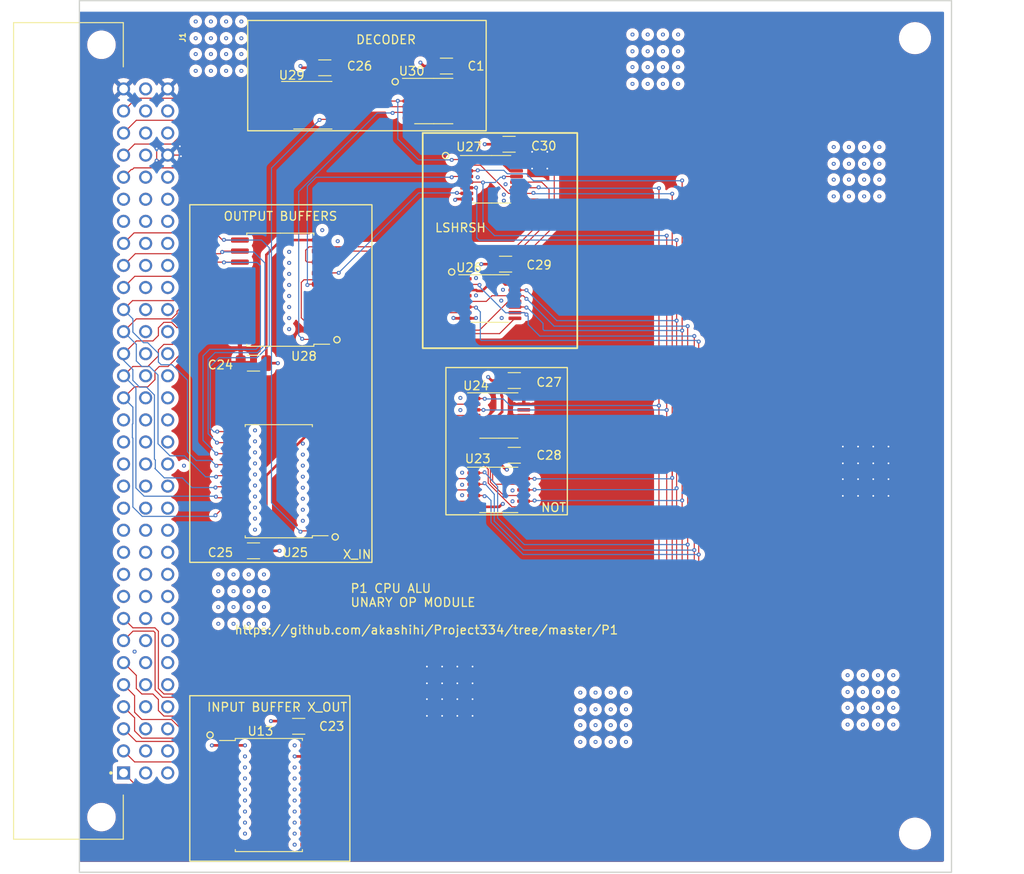
<source format=kicad_pcb>
(kicad_pcb (version 20240108) (generator "pcbnew") (generator_version "8.0")
  (layers (0 "F.Cu" signal) (1 "In1.Cu" signal) (2 "In2.Cu" signal) (31 "B.Cu" signal) (34 "B.Paste" user) (35 "F.Paste" user) (36 "B.SilkS" user "B.Silkscreen") (37 "F.SilkS" user "F.Silkscreen") (38 "B.Mask" user) (39 "F.Mask" user) (44 "Edge.Cuts" user))
  (net 0 "")
  (net 1 "+5V")
  (net 2 "GND")
  (net 3 "/X_IN1")
  (net 4 "/X_IN2")
  (net 5 "/X_IN3")
  (net 6 "/X_IN4")
  (net 7 "/X_IN5")
  (net 8 "/X_IN6")
  (net 9 "/X_IN7")
  (net 10 "Net-(U29-E3)")
  (net 12 "Net-(U29-A2)")
  (net 13 "Net-(U29-A1)")
  (net 14 "Net-(U29-A0)")
  (net 81 "Net-(U13-A0)")
  (net 82 "Net-(U13-A1)")
  (net 83 "Net-(U13-A2)")
  (net 84 "Net-(U13-A3)")
  (net 85 "Net-(U13-A4)")
  (net 86 "Net-(U13-A5)")
  (net 87 "Net-(U13-A6)")
  (net 88 "Net-(U13-A7)")
  (net 89 "/X_OUT7")
  (net 90 "/X_OUT6")
  (net 91 "/X_OUT5")
  (net 92 "/X_OUT4")
  (net 93 "/X_OUT3")
  (net 94 "/X_OUT2")
  (net 95 "/X_OUT1")
  (net 96 "/X_OUT0")
  (net 97 "Net-(U25-A0)")
  (net 98 "Net-(U25-A1)")
  (net 99 "Net-(U25-A2)")
  (net 100 "Net-(U25-A3)")
  (net 101 "Net-(U25-A4)")
  (net 102 "Net-(U25-A5)")
  (net 103 "Net-(U25-A6)")
  (net 104 "Net-(U25-A7)")
  (net 105 "Net-(U25-GAB)")
  (net 106 "Net-(U26-S)")
  (net 107 "Net-(U26-Za)")
  (net 108 "Net-(U26-Zb)")
  (net 109 "Net-(U26-Zc)")
  (net 110 "Net-(U26-Zd)")
  (net 111 "Net-(U27-Za)")
  (net 112 "Net-(U27-Zb)")
  (net 113 "Net-(U27-Zc)")
  (net 114 "Net-(U27-Zd)")
  (net 115 "Net-(U28-GAB)")
  (net 116 "Net-(U29-Y3)")
  (net 117 "/X_IN0")
  (footprint "Capacitor_SMD:C_1206_3216Metric" (layer "F.Cu") (at 89.4 79 180)
    (property "Reference" "C28")
    (property "Value" "100n")
  )
  (footprint "Capacitor_SMD:C_1206_3216Metric" (layer "F.Cu") (at 89.4 70.4 180)
    (property "Reference" "C27")
    (property "Value" "100n")
  )
  (footprint "Package_SO:TSSOP-14_4.4x5mm_P0.65mm" (layer "F.Cu") (at 87.63 74.422)
    (property "Reference" "U24")
    (property "Value" "74HC04" (hide yes))
  )
  (footprint "41612:TE_650473-5" (layer "F.Cu") (at 44.45 115.57 -90)
    (property "Reference" "J1")
    (property "Value" "650473-5")
  )
  (footprint "Package_SO:TSSOP-16_4.4x5mm_P0.65mm" (layer "F.Cu") (at 86.7995 47.233)
    (property "Reference" "U27")
    (property "Value" "74LS157" (hide yes))
  )
  (footprint "Capacitor_SMD:C_1206_3216Metric" (layer "F.Cu") (at 59.4 90)
    (property "Reference" "C25")
    (property "Value" "100n")
  )
  (footprint "Capacitor_SMD:C_1206_3216Metric" (layer "F.Cu") (at 81.6 34.2 180)
    (property "Reference" "C1")
    (property "Value" "100n")
  )
  (footprint "Package_SO:TSSOP-14_4.4x5mm_P0.65mm" (layer "F.Cu") (at 80.137 38.227)
    (property "Reference" "U30")
    (property "Value" "74LS32")
  )
  (footprint "Capacitor_SMD:C_1206_3216Metric" (layer "F.Cu") (at 67.6 34.4 180)
    (property "Reference" "C26")
    (property "Value" "100n")
  )
  (footprint "Package_SO:TSSOP-16_4.4x5mm_P0.65mm" (layer "F.Cu") (at 66.2255 38.709)
    (property "Reference" "U29")
    (property "Value" "74HC238")
  )
  (footprint "Package_SO:SOIC-20W_7.5x12.8mm_P1.27mm" (layer "F.Cu") (at 61.165 118.11)
    (property "Reference" "U13")
    (property "Value" "74LS541" (hide yes))
  )
  (footprint "MountingHole:MountingHole_3.2mm_M3_DIN965" (layer "F.Cu") (at 135.5 30.988)
    (property "Reference" "REF**" (hide yes))
    (property "Value" "MountingHole_3.2mm_M3_DIN965")
  )
  (footprint "Package_SO:TSSOP-16_4.4x5mm_P0.65mm" (layer "F.Cu") (at 86.614 60.96)
    (property "Reference" "U26")
    (property "Value" "74LS157" (hide yes))
  )
  (footprint "Capacitor_SMD:C_1206_3216Metric" (layer "F.Cu") (at 64.6 110.2 180)
    (property "Reference" "C23")
    (property "Value" "100n")
  )
  (footprint "Capacitor_SMD:C_1206_3216Metric" (layer "F.Cu") (at 88.8 43.2 180)
    (property "Reference" "C30")
    (property "Value" "100n")
  )
  (footprint "Package_SO:SOIC-20W_7.5x12.8mm_P1.27mm" (layer "F.Cu") (at 62.484 59.944 180)
    (property "Reference" "U28")
    (property "Value" "74LS621")
  )
  (footprint "Package_SO:SOIC-20W_7.5x12.8mm_P1.27mm" (layer "F.Cu") (at 62.308 81.99 180)
    (property "Reference" "U25")
    (property "Value" "74LS621")
  )
  (footprint "Capacitor_SMD:C_1206_3216Metric" (layer "F.Cu") (at 59.4 68.4)
    (property "Reference" "C24")
    (property "Value" "100n")
  )
  (footprint "MountingHole:MountingHole_3.2mm_M3_DIN965" (layer "F.Cu") (at 135.5 122.555)
    (property "Reference" "REF**" (hide yes))
    (property "Value" "MountingHole_3.2mm_M3_DIN965")
  )
  (footprint "Package_SO:TSSOP-14_4.4x5mm_P0.65mm" (layer "F.Cu") (at 87.612249 82.98725)
    (property "Reference" "U23")
    (property "Value" "74HC04" (hide yes))
  )
  (footprint "Capacitor_SMD:C_1206_3216Metric" (layer "F.Cu") (at 88.4 57 180)
    (property "Reference" "C29")
    (property "Value" "100n")
  )
  (gr_rect (start 78.867 41.9) (end 96.647 66.675) (stroke (width 0.2)) (fill none) (layer "F.SilkS"))
  (gr_rect (start 58.734 28.95) (end 86.166 41.65) (stroke (width 0.15)) (fill none) (layer "F.SilkS"))
  (gr_circle (center 82.2 57.9) (end 82.560555 57.9) (stroke (width 0.15)) (fill none) (layer "F.SilkS"))
  (gr_rect (start 52.07 50.165) (end 73.025 91.325) (stroke (width 0.15)) (fill none) (layer "F.SilkS"))
  (gr_rect (start 52.07 106.68) (end 70.485 125.73) (stroke (width 0.15)) (fill none) (layer "F.SilkS"))
  (gr_rect (start 81.534 68.904) (end 95.504 85.852) (stroke (width 0.15)) (fill none) (layer "F.SilkS"))
  (gr_circle (center 54.4 111.2) (end 54.760555 111.2) (stroke (width 0.15)) (fill none) (layer "F.SilkS"))
  (gr_circle (center 69 65.7) (end 69.360555 65.7) (stroke (width 0.15)) (fill none) (layer "F.SilkS"))
  (gr_circle (center 68.8 88.4) (end 69.160555 88.4) (stroke (width 0.15)) (fill none) (layer "F.SilkS"))
  (gr_circle (center 81.5 44.5) (end 81.860555 44.5) (stroke (width 0.15)) (fill none) (layer "F.SilkS"))
  (gr_circle (center 75.7 36) (end 76.060555 36) (stroke (width 0.15)) (fill none) (layer "F.SilkS"))
  (gr_rect (start 39.37 26.67) (end 139.7 127) (stroke (width 0.15)) (fill none) (layer "Edge.Cuts"))
  (gr_text "https://github.com/akashihi/Project334/tree/master/P1" (at 57.15 99.695 0) (layer "F.SilkS") (effects (font (size 1 1)) (justify left bottom)))
  (gr_text "NOT" (at 92.4 85.6 0) (layer "F.SilkS") (effects (font (size 1 1)) (justify left bottom)))
  (gr_text "DECODER" (at 71.12 31.75 0) (layer "F.SilkS") (effects (font (size 1 1)) (justify left bottom)))
  (gr_text "P1 CPU ALU\nUNARY OP MODULE" (at 70.485 96.52 0) (layer "F.SilkS") (effects (font (size 1 1)) (justify left bottom)))
  (gr_text "LSHRSH" (at 80.2 53.4 0) (layer "F.SilkS") (effects (font (size 1 1)) (justify left bottom)))
  (gr_text "X_IN" (at 69.6 91 0) (layer "F.SilkS") (effects (font (size 1 1)) (justify left bottom)))
  (gr_text "OUTPUT BUFFERS" (at 55.88 52.07 0) (layer "F.SilkS") (effects (font (size 1 1)) (justify left bottom)))
  (gr_text "INPUT BUFFER X_OUT" (at 53.975 108.585 0) (layer "F.SilkS") (effects (font (size 1 1)) (justify left bottom)))
  (segment (start 90.275 43.2) (end 90.275 44.345) (width 0.3) (layer "F.Cu") (net 1))
  (segment (start 89.662 44.958) (end 91.058 44.958) (width 0.3) (layer "F.Cu") (net 1))
  (segment (start 91.058 44.958) (end 91.15 45.05) (width 0.3) (layer "F.Cu") (net 1))
  (segment (start 90.4925 75.722) (end 89.322 75.722) (width 0.3) (layer "F.Cu") (net 1))
  (segment (start 89.875 57) (end 89.875 58.2865) (width 0.3) (layer "F.Cu") (net 1))
  (segment (start 84.7675 75.072) (end 85.6 75.072) (width 0.3) (layer "F.Cu") (net 1))
  (segment (start 49.53 44.45) (end 50.927 44.45) (width 0.127) (layer "F.Cu") (net 1))
  (segment (start 90.275 44.345) (end 89.662 44.958) (width 0.3) (layer "F.Cu") (net 1))
  (segment (start 48.895 45.085) (end 49.53 44.45) (width 0.127) (layer "F.Cu") (net 1))
  (segment (start 57.834 65.659) (end 57.834 68.309) (width 0.3) (layer "F.Cu") (net 1))
  (segment (start 88.65 58.55) (end 88.3 58.2) (width 0.3) (layer "F.Cu") (net 1))
  (segment (start 88.55 44.85) (end 88.4 44.7) (width 0.3) (layer "F.Cu") (net 1))
  (segment (start 91.778 74.422) (end 91.8 74.4) (width 0.3) (layer "F.Cu") (net 1))
  (segment (start 89.662 44.958) (end 88.658 44.958) (width 0.3) (layer "F.Cu") (net 1))
  (segment (start 48.26 43.688) (end 48.768 43.688) (width 0.127) (layer "F.Cu") (net 1))
  (segment (start 90.985 58.685) (end 91.05 58.75) (width 0.3) (layer "F.Cu") (net 1))
  (segment (start 88.785 58.685) (end 88.65 58.55) (width 0.3) (layer "F.Cu") (net 1))
  (segment (start 48.26 43.688) (end 48.26 45.085) (width 0.127) (layer "F.Cu") (net 1))
  (segment (start 50.546 43.434) (end 49.53 44.45) (width 0.127) (layer "F.Cu") (net 1))
  (segment (start 57.658 87.705) (end 57.658 89.733) (width 0.3) (layer "F.Cu") (net 1))
  (segment (start 88.4 44.7) (end 88.4 44.5) (width 0.3) (layer "F.Cu") (net 1))
  (segment (start 89.875 58.2865) (end 89.4765 58.685) (width 0.3) (layer "F.Cu") (net 1))
  (segment (start 50.927 44.45) (end 51.054 44.577) (width 0.127) (layer "F.Cu") (net 1))
  (segment (start 90.875 72.0895) (end 90.4925 72.472) (width 0.3) (layer "F.Cu") (net 1))
  (segment (start 89.4765 58.685) (end 88.785 58.685) (width 0.3) (layer "F.Cu") (net 1))
  (segment (start 91.678 73.122) (end 91.8 73) (width 0.3) (layer "F.Cu") (net 1))
  (segment (start 90.4925 74.422) (end 91.778 74.422) (width 0.3) (layer "F.Cu") (net 1))
  (segment (start 90.4925 73.122) (end 91.678 73.122) (width 0.3) (layer "F.Cu") (net 1))
  (segment (start 48.26 45.085) (end 48.895 45.085) (width 0.127) (layer "F.Cu") (net 1))
  (segment (start 66.075 112.135) (end 65.815 112.395) (width 0.3) (layer "F.Cu") (net 1))
  (segment (start 88.3 58.2) (end 88.3 58.1) (width 0.3) (layer "F.Cu") (net 1))
  (segment (start 48.768 43.688) (end 49.53 44.45) (width 0.127) (layer "F.Cu") (net 1))
  (segment (start 85.728 75.072) (end 86.2 74.6) (width 0.3) (layer "F.Cu") (net 1))
  (segment (start 89.522 73.122) (end 89.4 73) (width 0.3) (layer "F.Cu") (net 1))
  (segment (start 90.4925 73.122) (end 89.522 73.122) (width 0.3) (layer "F.Cu") (net 1))
  (segment (start 88.658 44.958) (end 88.55 44.85) (width 0.3) (layer "F.Cu") (net 1))
  (segment (start 50.927 43.434) (end 50.546 43.434) (width 0.127) (layer "F.Cu") (net 1))
  (segment (start 90.875 80.636999) (end 90.474749 81.03725) (width 0.3) (layer "F.Cu") (net 1))
  (segment (start 90.4925 75.722) (end 91.678 75.722) (width 0.3) (layer "F.Cu") (net 1))
  (segment (start 66.075 110.2) (end 66.075 112.135) (width 0.3) (layer "F.Cu") (net 1))
  (segment (start 89.4765 58.685) (end 90.985 58.685) (width 0.3) (layer "F.Cu") (net 1))
  (segment (start 57.834 68.309) (end 57.925 68.4) (width 0.3) (layer "F.Cu") (net 1))
  (segment (start 57.658 89.733) (end 57.925 90) (width 0.3) (layer "F.Cu") (net 1))
  (segment (start 90.4925 74.422) (end 89.222 74.422) (width 0.3) (layer "F.Cu") (net 1))
  (segment (start 90.875 70.4) (end 90.875 72.0895) (width 0.3) (layer "F.Cu") (net 1))
  (segment (start 89.222 74.422) (end 89.2 74.4) (width 0.3) (layer "F.Cu") (net 1))
  (segment (start 90.4925 75.722) (end 90.5 75.722) (width 0.127) (layer "F.Cu") (net 1))
  (segment (start 90.875 79) (end 90.875 80.636999) (width 0.3) (layer "F.Cu") (net 1))
  (via (at 93.2 46) (size 0.46) (drill 0.2) (layers "F.Cu" "B.Cu") (net 1))
  (via (at 84.6 109) (size 0.46) (drill 0.2) (layers "F.Cu" "B.Cu") (net 1))
  (via (at 79.35 105.25) (size 0.46) (drill 0.2) (layers "F.Cu" "B.Cu") (net 1))
  (via (at 91.45 46) (size 0.46) (drill 0.2) (layers "F.Cu" "B.Cu") (net 1))
  (via (at 79.35 103.3224) (size 0.46) (drill 0.2) (layers "F.Cu" "B.Cu") (net 1))
  (via (at 128.95 78) (size 0.46) (drill 0.2) (layers "F.Cu" "B.Cu") (net 1))
  (via (at 84.6 103.3224) (size 0.46) (drill 0.2) (layers "F.Cu" "B.Cu") (net 1))
  (via (at 132.45 81.75) (size 0.46) (drill 0.2) (layers "F.Cu" "B.Cu") (net 1))
  (via (at 84.6 107.0724) (size 0.46) (drill 0.2) (layers "F.Cu" "B.Cu") (net 1))
  (via (at 48.26 43.688) (size 0.46) (drill 0.2) (layers "F.Cu" "B.Cu") (net 1))
  (via (at 132.45 79.9276) (size 0.46) (drill 0.2) (layers "F.Cu" "B.Cu") (net 1))
  (via (at 82.85 103.3224) (size 0.46) (drill 0.2) (layers "F.Cu" "B.Cu") (net 1))
  (via (at 82.85 105.25) (size 0.46) (drill 0.2) (layers "F.Cu" "B.Cu") (net 1))
  (via (at 81.1 109) (size 0.46) (drill 0.2) (layers "F.Cu" "B.Cu") (net 1))
  (via (at 79.35 107.0724) (size 0.46) (drill 0.2) (layers "F.Cu" "B.Cu") (net 1))
  (via (at 93.2 44.0724) (size 0.46) (drill 0.2) (layers "F.Cu" "B.Cu") (net 1))
  (via (at 81.1 107.0724) (size 0.46) (drill 0.2) (layers "F.Cu" "B.Cu") (net 1))
  (via (at 91.45 44.0724) (size 0.46) (drill 0.2) (layers "F.Cu" "B.Cu") (net 1))
  (via (at 128.95 81.75) (size 0.46) (drill 0.2) (layers "F.Cu" "B.Cu") (net 1))
  (via (at 128.95 83.6776) (size 0.46) (drill 0.2) (layers "F.Cu" "B.Cu") (net 1))
  (via (at 50.927 43.434) (size 0.46) (drill 0.2) (layers "F.Cu" "B.Cu") (net 1))
  (via (at 82.85 109) (size 0.46) (drill 0.2) (layers "F.Cu" "B.Cu") (net 1))
  (via (at 82.85 107.0724) (size 0.46) (drill 0.2) (layers "F.Cu" "B.Cu") (net 1))
  (via (at 127.2 83.6776) (size 0.46) (drill 0.2) (layers "F.Cu" "B.Cu") (net 1))
  (via (at 130.7 81.75) (size 0.46) (drill 0.2) (layers "F.Cu" "B.Cu") (net 1))
  (via (at 81.1 105.25) (size 0.46) (drill 0.2) (layers "F.Cu" "B.Cu") (net 1))
  (via (at 79.35 109) (size 0.46) (drill 0.2) (layers "F.Cu" "B.Cu") (net 1))
  (via (at 132.45 83.6776) (size 0.46) (drill 0.2) (layers "F.Cu" "B.Cu") (net 1))
  (via (at 127.2 81.75) (size 0.46) (drill 0.2) (layers "F.Cu" "B.Cu") (net 1))
  (via (at 48.26 45.085) (size 0.46) (drill 0.2) (layers "F.Cu" "B.Cu") (net 1))
  (via (at 128.95 79.9276) (size 0.46) (drill 0.2) (layers "F.Cu" "B.Cu") (net 1))
  (via (at 84.6 105.25) (size 0.46) (drill 0.2) (layers "F.Cu" "B.Cu") (net 1))
  (via (at 130.7 83.6776) (size 0.46) (drill 0.2) (layers "F.Cu" "B.Cu") (net 1))
  (via (at 132.45 78) (size 0.46) (drill 0.2) (layers "F.Cu" "B.Cu") (net 1))
  (via (at 51.054 44.577) (size 0.46) (drill 0.2) (layers "F.Cu" "B.Cu") (net 1))
  (via (at 127.2 79.9276) (size 0.46) (drill 0.2) (layers "F.Cu" "B.Cu") (net 1))
  (via (at 130.7 79.9276) (size 0.46) (drill 0.2) (layers "F.Cu" "B.Cu") (net 1))
  (via (at 81.1 103.3224) (size 0.46) (drill 0.2) (layers "F.Cu" "B.Cu") (net 1))
  (via (at 130.7 78) (size 0.46) (drill 0.2) (layers "F.Cu" "B.Cu") (net 1))
  (via (at 127.2 78) (size 0.46) (drill 0.2) (layers "F.Cu" "B.Cu") (net 1))
  (segment (start 86.925 58.875) (end 86.925 57.9) (width 0.3) (layer "F.Cu") (net 2))
  (segment (start 64.8 34.2) (end 65 34.4) (width 0.3) (layer "F.Cu") (net 2))
  (segment (start 88 74.007588) (end 88 72.2) (width 0.3) (layer "F.Cu") (net 2))
  (segment (start 63.125 110.2) (end 62.525 109.6) (width 0.3) (layer "F.Cu") (net 2))
  (segment (start 66.125 39.090088) (end 66.125 38) (width 0.3) (layer "F.Cu") (net 2))
  (segment (start 65.815 113.665) (end 64.135 113.665) (width 0.3) (layer "F.Cu") (net 2))
  (segment (start 87.925 72.125) (end 87.925 70.4) (width 0.3) (layer "F.Cu") (net 2))
  (segment (start 83.7515 63.235) (end 84.965 63.235) (width 0.3) (layer "F.Cu") (net 2))
  (segment (start 77.2745 36.277) (end 79.648 36.277) (width 0.3) (layer "F.Cu") (net 2))
  (segment (start 85.118334 60.08) (end 85.72 60.08) (width 0.3) (layer "F.Cu") (net 2))
  (segment (start 80.125 36.8) (end 80.125 36.4) (width 0.3) (layer "F.Cu") (net 2))
  (segment (start 87.925 79) (end 87.925 80.136052) (width 0.3) (layer "F.Cu") (net 2))
  (segment (start 85.72 60.08) (end 86.925 58.875) (width 0.3) (layer "F.Cu") (net 2))
  (segment (start 65 34.4) (end 66.125 34.4) (width 0.3) (layer "F.Cu") (net 2))
  (segment (start 80.125 36.4) (end 80.125 35.8) (width 0.3) (layer "F.Cu") (net 2))
  (segment (start 88.2745 45.608) (end 87.325 44.6585) (width 0.3) (layer "F.Cu") (net 2))
  (segment (start 80.807412 38.877) (end 80.125 38.194588) (width 0.3) (layer "F.Cu") (net 2))
  (segment (start 85.635588 76.372) (end 88 74.007588) (width 0.3) (layer "F.Cu") (net 2))
  (segment (start 80.902 37.577) (end 80.1625 36.8375) (width 0.3) (layer "F.Cu") (net 2))
  (segment (start 67.134 54.229) (end 62.571 54.229) (width 0.3) (layer "F.Cu") (net 2))
  (segment (start 83.937 49.508) (end 82.692 49.508) (width 0.3) (layer "F.Cu") (net 2))
  (segment (start 82.9995 38.877) (end 80.807412 38.877) (width 0.3) (layer "F.Cu") (net 2))
  (segment (start 60.875 90) (end 62.4 90) (width 0.3) (layer "F.Cu") (net 2))
  (segment (start 63.125 121.475) (end 63.125 110.2) (width 0.3) (layer "F.Cu") (net 2))
  (segment (start 56.515 112.395) (end 54.61 112.395) (width 0.3) (layer "F.Cu") (net 2))
  (segment (start 89.662 46.258) (end 88.924501 46.258) (width 0.3) (layer "F.Cu") (net 2))
  (segment (start 86.925 57.9) (end 86.925 57) (width 0.3) (layer "F.Cu") (net 2))
  (segment (start 85.023334 59.985) (end 85.118334 60.08) (width 0.3) (layer "F.Cu") (net 2))
  (segment (start 86.925 57) (end 85.6 57) (width 0.3) (layer "F.Cu") (net 2))
  (segment (start 65.933001 76.275) (end 60.875 81.333001) (width 0.3) (layer "F.Cu") (net 2))
  (segment (start 87.325 44.6585) (end 87.325 43.2) (width 0.3) (layer "F.Cu") (net 2))
  (segment (start 88 84.6) (end 88.078749 84.6) (width 0.3) (layer "F.Cu") (net 2))
  (segment (start 80.125 35.8) (end 80.125 34.2) (width 0.3) (layer "F.Cu") (net 2))
  (segment (start 80.125 34.2) (end 79 34.2) (width 0.3) (layer "F.Cu") (net 2))
  (segment (start 84.7675 76.372) (end 85.635588 76.372) (width 0.3) (layer "F.Cu") (net 2))
  (segment (start 66.958 76.275) (end 65.933001 76.275) (width 0.3) (layer "F.Cu") (net 2))
  (segment (start 80.125 38.194588) (end 80.125 36.8) (width 0.3) (layer "F.Cu") (net 2))
  (segment (start 87.925 80.136052) (end 88.494474 80.705526) (width 0.3) (layer "F.Cu") (net 2))
  (segment (start 88.924501 46.258) (end 87.325 44.658499) (width 0.3) (layer "F.Cu") (net 2))
  (segment (start 80.252 36.927) (end 80.1625 36.8375) (width 0.3) (layer "F.Cu") (net 2))
  (segment (start 60.875 81.333001) (end 60.875 90) (width 0.3) (layer "F.Cu") (net 2))
  (segment (start 79 34.2) (end 78.6 33.8) (width 0.3) (layer "F.Cu") (net 2))
  (segment (start 83.7515 63.235) (end 82.435 63.235) (width 0.3) (layer "F.Cu") (net 2))
  (segment (start 66.125 38) (end 66.125 36.8) (width 0.3) (layer "F.Cu") (net 2))
  (segment (start 87.325 44.658499) (end 87.325 43.2) (width 0.3) (layer "F.Cu") (net 2))
  (segment (start 80.1625 36.8375) (end 80.125 36.8) (width 0.3) (layer "F.Cu") (net 2))
  (segment (start 62.2 68.4) (end 62 68.4) (width 0.3) (layer "F.Cu") (net 2))
  (segment (start 60.875 68.4) (end 62.2 68.4) (width 0.3) (layer "F.Cu") (net 2))
  (segment (start 87.325 43.2) (end 86 43.2) (width 0.3) (layer "F.Cu") (net 2))
  (segment (start 77.2745 36.927) (end 79.598 36.927) (width 0.3) (layer "F.Cu") (net 2))
  (segment (start 79.648 36.277) (end 80.125 35.8) (width 0.3) (layer "F.Cu") (net 2))
  (segment (start 65.091 39.034) (end 66.125 38) (width 0.3) (layer "F.Cu") (net 2))
  (segment (start 82.9995 39.527) (end 81.457412 39.527) (width 0.3) (layer "F.Cu") (net 2))
  (segment (start 88.36 59.335) (end 86.925 57.9) (width 0.3) (layer "F.Cu") (net 2))
  (segment (start 62.525 109.6) (end 61.4 109.6) (width 0.3) (layer "F.Cu") (net 2))
  (segment (start 82.9995 36.927) (end 80.252 36.927) (width 0.3) (layer "F.Cu") (net 2))
  (segment (start 87.66275 84.93725) (end 88 84.6) (width 0.3) (layer "F.Cu") (net 2))
  (segment (start 64.541 38.384) (end 66.125 36.8) (width 0.3) (layer "F.Cu") (net 2))
  (segment (start 88 72.2) (end 87.925 72.125) (width 0.3) (layer "F.Cu") (net 2))
  (segment (start 84.749749 84.93725) (end 87.66275 84.93725) (width 0.3) (layer "F.Cu") (net 2))
  (segment (start 63.363 38.384) (end 64.541 38.384) (width 0.3) (layer "F.Cu") (net 2))
  (segment (start 86.8 70.4) (end 86.4 70) (width 0.3) (layer "F.Cu") (net 2))
  (segment (start 56.515 112.395) (end 58.42 112.395) (width 0.3) (layer "F.Cu") (net 2))
  (segment (start 82.692 49.508) (end 82.6 49.6) (width 0.3) (layer "F.Cu") (net 2))
  (segment (start 82.9995 37.577) (end 80.902 37.577) (width 0.3) (layer "F.Cu") (net 2))
  (segment (start 63.363 39.034) (end 65.091 39.034) (width 0.3) (layer "F.Cu") (net 2))
  (segment (start 79.598 36.927) (end 80.125 36.4) (width 0.3) (layer "F.Cu") (net 2))
  (segment (start 63.363 40.984) (end 64.231088 40.984) (width 0.3) (layer "F.Cu") (net 2))
  (segment (start 60.775 123.825) (end 63.125 121.475) (width 0.3) (layer "F.Cu") (net 2))
  (segment (start 89.4765 59.335) (end 88.36 59.335) (width 0.3) (layer "F.Cu") (net 2))
  (segment (start 60.875 55.925) (end 60.875 68.4) (width 0.3) (layer "F.Cu") (net 2))
  (segment (start 88.494474 80.705526) (end 88.551043 80.648957) (width 0.3) (layer "F.Cu") (net 2))
  (segment (start 82.435 63.235) (end 82.4 63.2) (width 0.3) (layer "F.Cu") (net 2))
  (segment (start 81.457412 39.527) (end 80.125 38.194588) (width 0.3) (layer "F.Cu") (net 2))
  (segment (start 83.7515 59.985) (end 85.023334 59.985) (width 0.3) (layer "F.Cu") (net 2))
  (segment (start 84.965 63.235) (end 85 63.2) (width 0.3) (layer "F.Cu") (net 2))
  (segment (start 66.125 36.8) (end 66.125 34.4) (width 0.3) (layer "F.Cu") (net 2))
  (segment (start 62.571 54.229) (end 60.875 55.925) (width 0.3) (layer "F.Cu") (net 2))
  (segment (start 89.662 45.608) (end 88.2745 45.608) (width 0.3) (layer "F.Cu") (net 2))
  (segment (start 77.2745 40.177) (end 78.142588 40.177) (width 0.3) (layer "F.Cu") (net 2))
  (segment (start 87.925 70.4) (end 86.8 70.4) (width 0.3) (layer "F.Cu") (net 2))
  (segment (start 56.515 123.825) (end 60.775 123.825) (width 0.3) (layer "F.Cu") (net 2))
  (segment (start 78.142588 40.177) (end 80.125 38.194588) (width 0.3) (layer "F.Cu") (net 2))
  (segment (start 64.231088 40.984) (end 66.125 39.090088) (width 0.3) (layer "F.Cu") (net 2))
  (via (at 63.5 55.59) (size 0.46) (drill 0.2) (layers "F.Cu" "B.Cu") (net 2))
  (via (at 126.15 47.2724) (size 0.46) (drill 0.2) (layers "F.Cu" "B.Cu") (net 2))
  (via (at 89.2 84.3) (size 0.46) (drill 0.2) (layers "F.Cu" "B.Cu") (net 2))
  (via (at 103 36.25) (size 0.46) (drill 0.2) (layers "F.Cu" "B.Cu") (net 2))
  (via (at 45.72 101.6) (size 0.46) (drill 0.2) (layers "F.Cu" "B.Cu") (net 2))
  (via (at 131.4 45.45) (size 0.46) (drill 0.2) (layers "F.Cu" "B.Cu") (net 2))
  (via (at 58.42 121.285) (size 0.46) (drill 0.2) (layers "F.Cu" "B.Cu") (net 2))
  (via (at 58 29.0724) (size 0.46) (drill 0.2) (layers "F.Cu" "B.Cu") (net 2))
  (via (at 85.2 47) (size 0.46) (drill 0.2) (layers "F.Cu" "B.Cu") (net 2))
  (via (at 59.574 79.944) (size 0.46) (drill 0.2) (layers "F.Cu" "B.Cu") (net 2))
  (via (at 98.75 112) (size 0.46) (drill 0.2) (layers "F.Cu" "B.Cu") (net 2))
  (via (at 88.551043 80.648957) (size 0.46) (drill 0.2) (layers "F.Cu" "B.Cu") (net 2))
  (via (at 63.5 58.13) (size 0.46) (drill 0.2) (layers "F.Cu" "B.Cu") (net 2))
  (via (at 97 106.3224) (size 0.46) (drill 0.2) (layers "F.Cu" "B.Cu") (net 2))
  (via (at 65.074 77.654) (size 0.46) (drill 0.2) (layers "F.Cu" "B.Cu") (net 2))
  (via (at 97 110.0724) (size 0.46) (drill 0.2) (layers "F.Cu" "B.Cu") (net 2))
  (via (at 57.1 96.4724) (size 0.46) (drill 0.2) (layers "F.Cu" "B.Cu") (net 2))
  (via (at 64.135 116.205) (size 0.46) (drill 0.2) (layers "F.Cu" "B.Cu") (net 2))
  (via (at 54.5 31) (size 0.46) (drill 0.2) (layers "F.Cu" "B.Cu") (net 2))
  (via (at 78.6 33.8) (size 0.46) (drill 0.2) (layers "F.Cu" "B.Cu") (net 2))
  (via (at 59.574 83.754) (size 0.46) (drill 0.2) (layers "F.Cu" "B.Cu") (net 2))
  (via (at 52.75 31) (size 0.46) (drill 0.2) (layers "F.Cu" "B.Cu") (net 2))
  (via (at 60.6 94.65) (size 0.46) (drill 0.2) (layers "F.Cu" "B.Cu") (net 2))
  (via (at 104.75 30.5724) (size 0.46) (drill 0.2) (layers "F.Cu" "B.Cu") (net 2))
  (via (at 59.574 82.484) (size 0.46) (drill 0.2) (layers "F.Cu" "B.Cu") (net 2))
  (via (at 108.25 30.5724) (size 0.46) (drill 0.2) (layers "F.Cu" "B.Cu") (net 2))
  (via (at 64.135 113.665) (size 0.46) (drill 0.2) (layers "F.Cu" "B.Cu") (net 2))
  (via (at 108.25 34.3224) (size 0.46) (drill 0.2) (layers "F.Cu" "B.Cu") (net 2))
  (via (at 106.5 30.5724) (size 0.46) (drill 0.2) (layers "F.Cu" "B.Cu") (net 2))
  (via (at 64.135 123.825) (size 0.46) (drill 0.2) (layers "F.Cu" "B.Cu") (net 2))
  (via (at 54.5 29.0724) (size 0.46) (drill 0.2) (layers "F.Cu" "B.Cu") (net 2))
  (via (at 133 108.0724) (size 0.46) (drill 0.2) (layers "F.Cu" "B.Cu") (net 2))
  (via (at 88.1 59.95) (size 0.46) (drill 0.2) (layers "F.Cu" "B.Cu") (net 2))
  (via (at 54.5 34.75) (size 0.46) (drill 0.2) (layers "F.Cu" "B.Cu") (net 2))
  (via (at 60.6 96.4724) (size 0.46) (drill 0.2) (layers "F.Cu" "B.Cu") (net 2))
  (via (at 106.5 32.5) (size 0.46) (drill 0.2) (layers "F.Cu" "B.Cu") (net 2))
  (via (at 59.574 77.404) (size 0.46) (drill 0.2) (layers "F.Cu" "B.Cu") (net 2))
  (via (at 54.5 32.8224) (size 0.46) (drill 0.2) (layers "F.Cu" "B.Cu") (net 2))
  (via (at 55.35 96.4724) (size 0.46) (drill 0.2) (layers "F.Cu" "B.Cu") (net 2))
  (via (at 133 104.3224) (size 0.46) (drill 0.2) (layers "F.Cu" "B.Cu") (net 2))
  (via (at 89.2 83.05) (size 0.46) (drill 0.2) (layers "F.Cu" "B.Cu") (net 2))
  (via (at 65.074 85.274) (size 0.46) (drill 0.2) (layers "F.Cu" "B.Cu") (net 2))
  (via (at 127.9 43.5224) (size 0.46) (drill 0.2) (layers "F.Cu" "B.Cu") (net 2))
  (via (at 108.25 32.5) (size 0.46) (drill 0.2) (layers "F.Cu" "B.Cu") (net 2))
  (via (at 86 43.2) (size 0.46) (drill 0.2) (layers "F.Cu" "B.Cu") (net 2))
  (via (at 55.35 98.4) (size 0.46) (drill 0.2) (layers "F.Cu" "B.Cu") (net 2))
  (via (at 102.25 106.3224) (size 0.46) (drill 0.2) (layers "F.Cu" "B.Cu") (net 2))
  (via (at 58.42 114.935) (size 0.46) (drill 0.2) (layers "F.Cu" "B.Cu") (net 2))
  (via (at 59.574 78.674) (size 0.46) (drill 0.2) (layers "F.Cu" "B.Cu") (net 2))
  (via (at 129.5 108.0724) (size 0.46) (drill 0.2) (layers "F.Cu" "B.Cu") (net 2))
  (via (at 129.65 43.5224) (size 0.46) (drill 0.2) (layers "F.Cu" "B.Cu") (net 2))
  (via (at 102.25 110.0724) (size 0.46) (drill 0.2) (layers "F.Cu" "B.Cu") (net 2))
  (via (at 85 63.2) (size 0.46) (drill 0.2) (layers "F.Cu" "B.Cu") (net 2))
  (via (at 58.42 113.665) (size 0.46) (drill 0.2) (layers "F.Cu" "B.Cu") (net 2))
  (via (at 56.25 34.75) (size 0.46) (drill 0.2) (layers "F.Cu" "B.Cu") (net 2))
  (via (at 131.4 49.2) (size 0.46) (drill 0.2) (layers "F.Cu" "B.Cu") (net 2))
  (via (at 103 34.3224) (size 0.46) (drill 0.2) (layers "F.Cu" "B.Cu") (net 2))
  (via (at 59.574 86.294) (size 0.46) (drill 0.2) (layers "F.Cu" "B.Cu") (net 2))
  (via (at 106.5 34.3224) (size 0.46) (drill 0.2) (layers "F.Cu" "B.Cu") (net 2))
  (via (at 88.4 47.8) (size 0.46) (drill 0.2) (layers "F.Cu" "B.Cu") (net 2))
  (via (at 104.75 36.25) (size 0.46) (drill 0.2) (layers "F.Cu" "B.Cu") (net 2))
  (via (at 54.61 112.395) (size 0.46) (drill 0.2) (layers "F.Cu" "B.Cu") (net 2))
  (via (at 97 108.25) (size 0.46) (drill 0.2) (layers "F.Cu" "B.Cu") (net 2))
  (via (at 126.15 45.45) (size 0.46) (drill 0.2) (layers "F.Cu" "B.Cu") (net 2))
  (via (at 59.574 81.214) (size 0.46) (drill 0.2) (layers "F.Cu" "B.Cu") (net 2))
  (via (at 64.135 112.395) (size 0.46) (drill 0.2) (layers "F.Cu" "B.Cu") (net 2))
  (via (at 131.25 108.0724) (size 0.46) (drill 0.2) (layers "F.Cu" "B.Cu") (net 2))
  (via (at 102.25 108.25) (size 0.46) (drill 0.2) (layers "F.Cu" "B.Cu") (net 2))
  (via (at 58 32.8224) (size 0.46) (drill 0.2) (layers "F.Cu" "B.Cu") (net 2))
  (via (at 85 60.6) (size 0.46) (drill 0.2) (layers "F.Cu" "B.Cu") (net 2))
  (via (at 65.074 82.734) (size 0.46) (drill 0.2) (layers "F.Cu" "B.Cu") (net 2))
  (via (at 63.5 59.4) (size 0.46) (drill 0.2) (layers "F.Cu" "B.Cu") (net 2))
  (via (at 64.135 114.935) (size 0.46) (drill 0.2) (layers "F.Cu" "B.Cu") (net 2))
  (via (at 64.135 118.745) (size 0.46) (drill 0.2) (layers "F.Cu" "B.Cu") (net 2))
  (via (at 131.4 47.2724) (size 0.46) (drill 0.2) (layers "F.Cu" "B.Cu") (net 2))
  (via (at 57.1 98.4) (size 0.46) (drill 0.2) (layers "F.Cu" "B.Cu") (net 2))
  (via (at 129.5 106.25) (size 0.46) (drill 0.2) (layers "F.Cu" "B.Cu") (net 2))
  (via (at 64.135 122.555) (size 0.46) (drill 0.2) (layers "F.Cu" "B.Cu") (net 2))
  (via (at 60.6 92.7224) (size 0.46) (drill 0.2) (layers "F.Cu" "B.Cu") (net 2))
  (via (at 58.42 112.395) (size 0.46) (drill 0.2) (layers "F.Cu" "B.Cu") (net 2))
  (via (at 64.135 117.475) (size 0.46) (drill 0.2) (layers "F.Cu" "B.Cu") (net 2))
  (via (at 108.25 36.25) (size 0.46) (drill 0.2) (layers "F.Cu" "B.Cu") (net 2))
  (via (at 69.088 54.356) (size 0.46) (drill 0.2) (layers "F.Cu" "B.Cu") (net 2))
  (via (at 61.4 109.6) (size 0.46) (drill 0.2) (layers "F.Cu" "B.Cu") (net 2))
  (via (at 129.5 110) (size 0.46) (drill 0.2) (layers "F.Cu" "B.Cu") (net 2))
  (via (at 58.85 96.4724) (size 0.46) (drill 0.2) (layers "F.Cu" "B.Cu") (net 2))
  (via (at 83.2 73.8) (size 0.46) (drill 0.2) (layers "F.Cu" "B.Cu") (net 2))
  (via (at 133 106.25) (size 0.46) (drill 0.2) (layers "F.Cu" "B.Cu") (net 2))
  (via (at 57.1 92.7224) (size 0.46) (drill 0.2) (layers "F.Cu" "B.Cu") (net 2))
  (via (at 56.25 29.0724) (size 0.46) (drill 0.2) (layers "F.Cu" "B.Cu") (net 2))
  (via (at 129.65 45.45) (size 0.46) (drill 0.2) (layers "F.Cu" "B.Cu") (net 2))
  (via (at 98.75 106.3224) (size 0.46) (drill 0.2) (layers "F.Cu" "B.Cu") (net 2))
  (via (at 56.25 32.8224) (size 0.46) (drill 0.2) (layers "F.Cu" "B.Cu") (net 2))
  (via (at 58.85 94.65) (size 0.46) (drill 0.2) (layers "F.Cu" "B.Cu") (net 2))
  (via (at 83.4 83.6) (size 0.46) (drill 0.2) (layers "F.Cu" "B.Cu") (net 2))
  (via (at 100.5 106.3224) (size 0.46) (drill 0.2) (layers "F.Cu" "B.Cu") (net 2))
  (via (at 63.5 61.94) (size 0.46) (drill 0.2) (layers "F.Cu" "B.Cu") (net 2))
  (via (at 52.75 34.75) (size 0.46) (drill 0.2) (layers "F.Cu" "B.Cu") (net 2))
  (via (at 129.65 47.2724) (size 0.46) (drill 0.2) (layers "F.Cu" "B.Cu") (net 2))
  (via (at 126.15 49.2) (size 0.46) (drill 0.2) (layers "F.Cu" "B.Cu") (net 2))
  (via (at 87.9 61.2) (size 0.46) (drill 0.2) (layers "F.Cu" "B.Cu") (net 2))
  (via (at 56.25 31) (size 0.46) (drill 0.2) (layers "F.Cu" "B.Cu") (net 2))
  (via (at 65.074 86.544) (size 0.46) (drill 0.2) (layers "F.Cu" "B.Cu") (net 2))
  (via (at 131.4 43.5224) (size 0.46) (drill 0.2) (layers "F.Cu" "B.Cu") (net 2))
  (via (at 103 32.5) (size 0.46) (drill 0.2) (layers "F.Cu" "B.Cu") (net 2))
  (via (at 85.6 57) (size 0.46) (drill 0.2) (layers "F.Cu" "B.Cu") (net 2))
  (via (at 98.75 110.0724) (size 0.46) (drill 0.2) (layers "F.Cu" "B.Cu") (net 2))
  (via (at 60.6 98.4) (size 0.46) (drill 0.2) (layers "F.Cu" "B.Cu") (net 2))
  (via (at 85 58.6) (size 0.46) (drill 0.2) (layers "F.Cu" "B.Cu") (net 2))
  (via (at 65.074 84.004) (size 0.46) (drill 0.2) (layers "F.Cu" "B.Cu") (net 2))
  (via (at 67.31 53.086) (size 0.46) (drill 0.2) (layers "F.Cu" "B.Cu") (net 2))
  (via (at 127.75 110) (size 0.46) (drill 0.2) (layers "F.Cu" "B.Cu") (net 2))
  (via (at 83.2 72.4) (size 0.46) (drill 0.2) (layers "F.Cu" "B.Cu") (net 2))
  (via (at 127.9 47.2724) (size 0.46) (drill 0.2) (layers "F.Cu" "B.Cu") (net 2))
  (via (at 57.1 94.65) (size 0.46) (drill 0.2) (layers "F.Cu" "B.Cu") (net 2))
  (via (at 52.75 32.8224) (size 0.46) (drill 0.2) (layers "F.Cu" "B.Cu") (net 2))
  (via (at 98.75 108.25) (size 0.46) (drill 0.2) (layers "F.Cu" "B.Cu") (net 2))
  (via (at 127.9 45.45) (size 0.46) (drill 0.2) (layers "F.Cu" "B.Cu") (net 2))
  (via (at 82.4 63.2) (size 0.46) (drill 0.2) (layers "F.Cu" "B.Cu") (net 2))
  (via (at 100.5 112) (size 0.46) (drill 0.2) (layers "F.Cu" "B.Cu") (net 2))
  (via (at 58.85 92.7224) (size 0.46) (drill 0.2) (layers "F.Cu" "B.Cu") (net 2))
  (via (at 83.4 81) (size 0.46) (drill 0.2) (layers "F.Cu" "B.Cu") (net 2))
  (via (at 106.5 36.25) (size 0.46) (drill 0.2) (layers "F.Cu" "B.Cu") (net 2))
  (via (at 65.074 81.464) (size 0.46) (drill 0.2) (layers "F.Cu" "B.Cu") (net 2))
  (via (at 59.574 76.134) (size 0.46) (drill 0.2) (layers "F.Cu" "B.Cu") (net 2))
  (via (at 127.75 106.25) (size 0.46) (drill 0.2) (layers "F.Cu" "B.Cu") (net 2))
  (via (at 58.42 122.555) (size 0.46) (drill 0.2) (layers "F.Cu" "B.Cu") (net 2))
  (via (at 52.75 29.0724) (size 0.46) (drill 0.2) (layers "F.Cu" "B.Cu") (net 2))
  (via (at 82.6 49.6) (size 0.46) (drill 0.2) (layers "F.Cu" "B.Cu") (net 2))
  (via (at 131.25 106.25) (size 0.46) (drill 0.2) (layers "F.Cu" "B.Cu") (net 2))
  (via (at 83.4 82.4) (size 0.46) (drill 0.2) (layers "F.Cu" "B.Cu") (net 2))
  (via (at 63.5 63.21) (size 0.46) (drill 0.2) (layers "F.Cu" "B.Cu") (net 2))
  (via (at 62.2 68.4) (size 0.46) (drill 0.2) (layers "F.Cu" "B.Cu") (net 2))
  (via (at 133 110) (size 0.46) (drill 0.2) (layers "F.Cu" "B.Cu") (net 2))
  (via (at 58.42 117.475) (size 0.46) (drill 0.2) (layers "F.Cu" "B.Cu") (net 2))
  (via (at 86.4 70) (size 0.46) (drill 0.2) (layers "F.Cu" "B.Cu") (net 2))
  (via (at 87.95 63.2) (size 0.46) (drill 0.2) (layers "F.Cu" "B.Cu") (net 2))
  (via (at 64.8 34.2) (size 0.46) (drill 0.2) (layers "F.Cu" "B.Cu") (net 2))
  (via (at 63.5 64.48) (size 0.46) (drill 0.2) (layers "F.Cu" "B.Cu") (net 2))
  (via (at 64.135 120.015) (size 0.46) (drill 0.2) (layers "F.Cu" "B.Cu") (net 2))
  (via (at 126.15 43.5224) (size 0.46) (drill 0.2) (layers "F.Cu" "B.Cu") (net 2))
  (via (at 63.5 60.67) (size 0.46) (drill 0.2) (layers "F.Cu" "B.Cu") (net 2))
  (via (at 104.75 32.5) (size 0.46) (drill 0.2) (layers "F.Cu" "B.Cu") (net 2))
  (via (at 58.42 118.745) (size 0.46) (drill 0.2) (layers "F.Cu" "B.Cu") (net 2))
  (via (at 59.574 87.564) (size 0.46) (drill 0.2) (layers "F.Cu" "B.Cu") (net 2))
  (via (at 131.25 104.3224) (size 0.46) (drill 0.2) (layers "F.Cu" "B.Cu") (net 2))
  (via (at 127.75 108.0724) (size 0.46) (drill 0.2) (layers "F.Cu" "B.Cu") (net 2))
  (via (at 65.074 78.924) (size 0.46) (drill 0.2) (layers "F.Cu" "B.Cu") (net 2))
  (via (at 88.078749 84.6) (size 0.46) (drill 0.2) (layers "F.Cu" "B.Cu") (net 2))
  (via (at 127.75 104.3224) (size 0.46) (drill 0.2) (layers "F.Cu" "B.Cu") (net 2))
  (via (at 127.9 49.2) (size 0.46) (drill 0.2) (layers "F.Cu" "B.Cu") (net 2))
  (via (at 51.4 80.2) (size 0.46) (drill 0.2) (layers "F.Cu" "B.Cu") (net 2))
  (via (at 103 30.5724) (size 0.46) (drill 0.2) (layers "F.Cu" "B.Cu") (net 2))
  (via (at 63.5 56.86) (size 0.46) (drill 0.2) (layers "F.Cu" "B.Cu") (net 2))
  (via (at 131.25 110) (size 0.46) (drill 0.2) (layers "F.Cu" "B.Cu") (net 2))
  (via (at 55.35 94.65) (size 0.46) (drill 0.2) (layers "F.Cu" "B.Cu") (net 2))
  (via (at 100.5 110.0724) (size 0.46) (drill 0.2) (layers "F.Cu" "B.Cu") (net 2))
  (via (at 58.42 120.015) (size 0.46) (drill 0.2) (layers "F.Cu" "B.Cu") (net 2))
  (via (at 58.42 116.205) (size 0.46) (drill 0.2) (layers "F.Cu" "B.Cu") (net 2))
  (via (at 58 31) (size 0.46) (drill 0.2) (layers "F.Cu" "B.Cu") (net 2))
  (via (at 58.85 98.4) (size 0.46) (drill 0.2) (layers "F.Cu" "B.Cu") (net 2))
  (via (at 65.074 80.194) (size 0.46) (drill 0.2) (layers "F.Cu" "B.Cu") (net 2))
  (via (at 88.2 49) (size 0.46) (drill 0.2) (layers "F.Cu" "B.Cu") (net 2))
  (via (at 100.5 108.25) (size 0.46) (drill 0.2) (layers "F.Cu" "B.Cu") (net 2))
  (via (at 55.35 92.7224) (size 0.46) (drill 0.2) (layers "F.Cu" "B.Cu") (net 2))
  (via (at 129.65 49.2) (size 0.46) (drill 0.2) (layers "F.Cu" "B.Cu") (net 2))
  (via (at 62.4 90) (size 0.46) (drill 0.2) (layers "F.Cu" "B.Cu") (net 2))
  (via (at 88.2 49.7) (size 0.46) (drill 0.2) (layers "F.Cu" "B.Cu") (net 2))
  (via (at 102.25 112) (size 0.46) (drill 0.2) (layers "F.Cu" "B.Cu") (net 2))
  (via (at 64.135 121.285) (size 0.46) (drill 0.2) (layers "F.Cu" "B.Cu") (net 2))
  (via (at 58 34.75) (size 0.46) (drill 0.2) (layers "F.Cu" "B.Cu") (net 2))
  (via (at 104.75 34.3224) (size 0.46) (drill 0.2) (layers "F.Cu" "B.Cu") (net 2))
  (via (at 59.574 85.024) (size 0.46) (drill 0.2) (layers "F.Cu" "B.Cu") (net 2))
  (via (at 97 112) (size 0.46) (drill 0.2) (layers "F.Cu" "B.Cu") (net 2))
  (via (at 129.5 104.3224) (size 0.46) (drill 0.2) (layers "F.Cu" "B.Cu") (net 2))
  (segment (start 55.205 83.895) (end 57.658 83.895) (width 0.127) (layer "F.Cu") (net 3))
  (segment (start 55.078 83.768) (end 55.205 83.895) (width 0.127) (layer "F.Cu") (net 3))
  (segment (start 49.08617 66.2385) (end 48.4585 66.86617) (width 0.127) (layer "F.Cu") (net 3))
  (segment (start 48.4585 67.564) (end 47.244 68.7785) (width 0.127) (layer "F.Cu") (net 3))
  (segment (start 50.10894 66.2385) (end 49.08617 66.2385) (width 0.127) (layer "F.Cu") (net 3))
  (segment (start 57.834 61.849) (end 52.481816 61.849) (width 0.127) (layer "F.Cu") (net 3))
  (segment (start 51.3635 64.98394) (end 50.10894 66.2385) (width 0.127) (layer "F.Cu") (net 3))
  (segment (start 45.5215 68.7785) (end 44.45 69.85) (width 0.127) (layer "F.Cu") (net 3))
  (segment (start 52.481816 61.849) (end 51.3635 62.967316) (width 0.127) (layer "F.Cu") (net 3))
  (segment (start 48.4585 66.86617) (end 48.4585 67.564) (width 0.127) (layer "F.Cu") (net 3))
  (segment (start 47.244 68.7785) (end 45.5215 68.7785) (width 0.127) (layer "F.Cu") (net 3))
  (segment (start 51.3635 62.967316) (end 51.3635 64.98394) (width 0.127) (layer "F.Cu") (net 3))
  (via (at 55.078 83.768) (size 0.46) (drill 0.2) (layers "F.Cu" "B.Cu") (net 3))
  (segment (start 45.8725 82.768225) (end 45.8725 71.3645) (width 0.127) (layer "B.Cu") (net 3))
  (segment (start 55.024 83.714) (end 46.818275 83.714) (width 0.127) (layer "B.Cu") (net 3))
  (segment (start 46.818275 83.714) (end 45.8725 82.768225) (width 0.127) (layer "B.Cu") (net 3))
  (segment (start 55.078 83.768) (end 54.97 83.768) (width 0.127) (layer "B.Cu") (net 3))
  (segment (start 45.8725 71.2725) (end 44.45 69.85) (width 0.127) (layer "B.Cu") (net 3))
  (segment (start 45.8725 71.3645) (end 45.8725 71.2725) (width 0.127) (layer "B.Cu") (net 3))
  (segment (start 57.658 82.625) (end 55.113 82.625) (width 0.127) (layer "F.Cu") (net 4))
  (segment (start 50.9825 62.8095) (end 50.9825 63.94517) (width 0.127) (layer "F.Cu") (net 4))
  (segment (start 49.97383 63.6985) (end 49.08617 63.6985) (width 0.127) (layer "F.Cu") (net 4))
  (segment (start 49.08617 63.6985) (end 48.4585 64.32617) (width 0.127) (layer "F.Cu") (net 4))
  (segment (start 57.834 60.579) (end 53.213 60.579) (width 0.127) (layer "F.Cu") (net 4))
  (segment (start 47.83083 65.8415) (end 45.9185 65.8415) (width 0.127) (layer "F.Cu") (net 4))
  (segment (start 45.9185 65.8415) (end 44.45 67.31) (width 0.127) (layer "F.Cu") (net 4))
  (segment (start 55.113 82.625) (end 55.024 82.714) (width 0.127) (layer "F.Cu") (net 4))
  (segment (start 50.9825 63.94517) (end 50.6015 64.32617) (width 0.127) (layer "F.Cu") (net 4))
  (segment (start 50.6015 64.32617) (end 49.97383 63.6985) (width 0.127) (layer "F.Cu") (net 4))
  (segment (start 53.213 60.579) (end 50.9825 62.8095) (width 0.127) (layer "F.Cu") (net 4))
  (segment (start 48.4585 64.32617) (end 48.4585 65.21383) (width 0.127) (layer "F.Cu") (net 4))
  (segment (start 48.4585 65.21383) (end 47.83083 65.8415) (width 0.127) (layer "F.Cu") (net 4))
  (via (at 55.024 82.714) (size 0.46) (drill 0.2) (layers "F.Cu" "B.Cu") (net 4))
  (segment (start 46.2995 71.160684) (end 47.096409 71.160684) (width 0.127) (layer "B.Cu") (net 4))
  (segment (start 44.45 68.072) (end 45.5215 69.1435) (width 0.127) (layer "B.Cu") (net 4))
  (segment (start 48.05683 80.523555) (end 49.138775 81.6055) (width 0.127) (layer "B.Cu") (net 4))
  (segment (start 45.5215 70.382684) (end 46.2995 71.160684) (width 0.127) (layer "B.Cu") (net 4))
  (segment (start 44.45 67.31) (end 44.45 68.072) (width 0.127) (layer "B.Cu") (net 4))
  (segment (start 49.138775 81.6055) (end 51.2055 81.6055) (width 0.127) (layer "B.Cu") (net 4))
  (segment (start 51.2055 81.6055) (end 52.314 82.714) (width 0.127) (layer "B.Cu") (net 4))
  (segment (start 48 79.439616) (end 48.1075 79.547116) (width 0.127) (layer "B.Cu") (net 4))
  (segment (start 55.024 82.714) (end 54.935 82.625) (width 0.127) (layer "B.Cu") (net 4))
  (segment (start 52.314 82.714) (end 55.024 82.714) (width 0.127) (layer "B.Cu") (net 4))
  (segment (start 45.5215 69.1435) (end 45.5215 70.382684) (width 0.127) (layer "B.Cu") (net 4))
  (segment (start 48 72.064275) (end 48 79.439616) (width 0.127) (layer "B.Cu") (net 4))
  (segment (start 48.1075 80.472884) (end 48.05683 80.523555) (width 0.127) (layer "B.Cu") (net 4))
  (segment (start 47.096409 71.160684) (end 48 72.064275) (width 0.127) (layer "B.Cu") (net 4))
  (segment (start 55.113 82.625) (end 55.024 82.714) (width 0.127) (layer "B.Cu") (net 4))
  (segment (start 48.1075 79.547116) (end 48.1075 80.472884) (width 0.127) (layer "B.Cu") (net 4))
  (segment (start 53.721 59.309) (end 50.6015 62.4285) (width 0.127) (layer "F.Cu") (net 5))
  (segment (start 55.097 81.482) (end 55.224 81.355) (width 0.127) (layer "F.Cu") (net 5))
  (segment (start 50.6015 62.67383) (end 49.97383 63.3015) (width 0.127) (layer "F.Cu") (net 5))
  (segment (start 49.97383 63.3015) (end 45.9185 63.3015) (width 0.127) (layer "F.Cu") (net 5))
  (segment (start 45.9185 63.3015) (end 44.45 64.77) (width 0.127) (layer "F.Cu") (net 5))
  (segment (start 50.6015 62.4285) (end 50.6015 62.67383) (width 0.127) (layer "F.Cu") (net 5))
  (segment (start 57.834 59.309) (end 53.721 59.309) (width 0.127) (layer "F.Cu") (net 5))
  (segment (start 55.224 81.355) (end 57.658 81.355) (width 0.127) (layer "F.Cu") (net 5))
  (via (at 55.097 81.482) (size 0.46) (drill 0.2) (layers "F.Cu" "B.Cu") (net 5))
  (segment (start 51.4655 79.0655) (end 53.882 81.482) (width 0.127) (layer "B.Cu") (net 5))
  (segment (start 45.9185 66.2385) (end 45.9185 68.144124) (width 0.127) (layer "B.Cu") (net 5))
  (segment (start 48.4125 77.688225) (end 49.789775 79.0655) (width 0.127) (layer "B.Cu") (net 5))
  (segment (start 46.552876 68.7785) (end 47.427124 68.7785) (width 0.127) (layer "B.Cu") (net 5))
  (segment (start 45.9185 68.144124) (end 46.552876 68.7785) (width 0.127) (layer "B.Cu") (net 5))
  (segment (start 49.789775 79.0655) (end 51.4655 79.0655) (width 0.127) (layer "B.Cu") (net 5))
  (segment (start 47.427124 68.7785) (end 48.4125 69.763876) (width 0.127) (layer "B.Cu") (net 5))
  (segment (start 44.45 64.77) (end 45.9185 66.2385) (width 0.127) (layer "B.Cu") (net 5))
  (segment (start 48.4125 69.763876) (end 48.4125 77.688225) (width 0.127) (layer "B.Cu") (net 5))
  (segment (start 53.882 81.482) (end 55.097 81.482) (width 0.127) (layer "B.Cu") (net 5))
  (segment (start 53.361 58.039) (end 50.2 61.2) (width 0.127) (layer "F.Cu") (net 6))
  (segment (start 45.48 61.2) (end 44.45 62.23) (width 0.127) (layer "F.Cu") (net 6))
  (segment (start 55.126 80.212) (end 55.253 80.085) (width 0.127) (layer "F.Cu") (net 6))
  (segment (start 57.834 58.039) (end 53.361 58.039) (width 0.127) (layer "F.Cu") (net 6))
  (segment (start 55.253 80.085) (end 57.658 80.085) (width 0.127) (layer "F.Cu") (net 6))
  (segment (start 50.2 61.2) (end 45.48 61.2) (width 0.127) (layer "F.Cu") (net 6))
  (via (at 55.126 80.212) (size 0.46) (drill 0.2) (layers "F.Cu" "B.Cu") (net 6))
  (segment (start 48.4585 68.2705) (end 48.768 68.58) (width 0.127) (layer "B.Cu") (net 6))
  (segment (start 51.8 70.342) (end 51.8 78.6) (width 0.127) (layer "B.Cu") (net 6))
  (segment (start 45.5215 63.3015) (end 45.5215 64.8255) (width 0.127) (layer "B.Cu") (net 6))
  (segment (start 52.8 79.6) (end 54.514 79.6) (width 0.127) (layer "B.Cu") (net 6))
  (segment (start 50.038 68.58) (end 51.8 70.342) (width 0.127) (layer "B.Cu") (net 6))
  (segment (start 45.5215 64.8255) (end 46.736 66.04) (width 0.127) (layer "B.Cu") (net 6))
  (segment (start 47.228624 66.04) (end 48.4585 67.269876) (width 0.127) (layer "B.Cu") (net 6))
  (segment (start 48.768 68.58) (end 50.038 68.58) (width 0.127) (layer "B.Cu") (net 6))
  (segment (start 48.4585 67.269876) (end 48.4585 68.2705) (width 0.127) (layer "B.Cu") (net 6))
  (segment (start 44.45 62.23) (end 45.5215 63.3015) (width 0.127) (layer "B.Cu") (net 6))
  (segment (start 54.514 79.6) (end 55.126 80.212) (width 0.127) (layer "B.Cu") (net 6))
  (segment (start 51.8 78.6) (end 52.8 79.6) (width 0.127) (layer "B.Cu") (net 6))
  (segment (start 46.736 66.04) (end 47.228624 66.04) (width 0.127) (layer "B.Cu") (net 6))
  (segment (start 55.969 56.769) (end 52.031 56.769) (width 0.127) (layer "F.Cu") (net 7))
  (segment (start 50.4 58.4) (end 45.74 58.4) (width 0.127) (layer "F.Cu") (net 7))
  (segment (start 55.123 78.815) (end 57.658 78.815) (width 0.127) (layer "F.Cu") (net 7))
  (segment (start 52.031 56.769) (end 50.4 58.4) (width 0.127) (layer "F.Cu") (net 7))
  (segment (start 56 56.8) (end 55.969 56.769) (width 0.127) (layer "F.Cu") (net 7))
  (segment (start 45.74 58.4) (end 44.45 59.69) (width 0.127) (layer "F.Cu") (net 7))
  (segment (start 56.031 56.769) (end 56 56.8) (width 0.127) (layer "F.Cu") (net 7))
  (segment (start 57.834 56.769) (end 56.031 56.769) (width 0.127) (layer "F.Cu") (net 7))
  (via (at 56 56.8) (size 0.46) (drill 0.2) (layers "F.Cu" "B.Cu") (net 7))
  (via (at 55.123 78.815) (size 0.46) (drill 0.2) (layers "F.Cu" "B.Cu") (net 7))
  (segment (start 55.123 78.815) (end 54.996 78.942) (width 0.127) (layer "B.Cu") (net 7))
  (segment (start 54.356 66.802) (end 59.69 66.802) (width 0.127) (layer "B.Cu") (net 7))
  (segment (start 55.123 78.871) (end 55.123 78.815) (width 0.127) (layer "B.Cu") (net 7))
  (segment (start 53.594 67.564) (end 54.356 66.802) (width 0.127) (layer "B.Cu") (net 7))
  (segment (start 55.052 78.942) (end 55.123 78.871) (width 0.127) (layer "B.Cu") (net 7))
  (segment (start 60.198 57.198) (end 59.8 56.8) (width 0.127) (layer "B.Cu") (net 7))
  (segment (start 55.123 78.815) (end 53.594 77.286) (width 0.127) (layer "B.Cu") (net 7))
  (segment (start 59.69 66.802) (end 60.198 66.294) (width 0.127) (layer "B.Cu") (net 7))
  (segment (start 60.198 66.294) (end 60.198 57.198) (width 0.127) (layer "B.Cu") (net 7))
  (segment (start 53.594 77.286) (end 53.594 67.564) (width 0.127) (layer "B.Cu") (net 7))
  (segment (start 59.8 56.8) (end 56 56.8) (width 0.127) (layer "B.Cu") (net 7))
  (segment (start 55.193 77.545) (end 57.658 77.545) (width 0.127) (layer "F.Cu") (net 8))
  (segment (start 55.601 55.799) (end 45.801 55.799) (width 0.127) (layer "F.Cu") (net 8))
  (segment (start 55.901 55.499) (end 57.834 55.499) (width 0.127) (layer "F.Cu") (net 8))
  (segment (start 55.8 55.6) (end 55.601 55.799) (width 0.127) (layer "F.Cu") (net 8))
  (segment (start 55.8 55.6) (end 55.901 55.499) (width 0.127) (layer "F.Cu") (net 8))
  (segment (start 45.801 55.799) (end 44.45 57.15) (width 0.127) (layer "F.Cu") (net 8))
  (via (at 55.193 77.545) (size 0.46) (drill 0.2) (layers "F.Cu" "B.Cu") (net 8))
  (via (at 55.8 55.6) (size 0.46) (drill 0.2) (layers "F.Cu" "B.Cu") (net 8))
  (segment (start 60.706 66.324815) (end 59.847815 67.183) (width 0.127) (layer "B.Cu") (net 8))
  (segment (start 54.18 67.98) (end 54.18 76.532) (width 0.127) (layer "B.Cu") (net 8))
  (segment (start 55.8 55.6) (end 59.440816 55.6) (width 0.127) (layer "B.Cu") (net 8))
  (segment (start 54.18 76.532) (end 55.193 77.545) (width 0.127) (layer "B.Cu") (net 8))
  (segment (start 54.977 67.183) (end 54.18 67.98) (width 0.127) (layer "B.Cu") (net 8))
  (segment (start 59.847815 67.183) (end 54.977 67.183) (width 0.127) (layer "B.Cu") (net 8))
  (segment (start 55.109 77.545) (end 55.193 77.545) (width 0.127) (layer "B.Cu") (net 8))
  (segment (start 59.440816 55.6) (end 60.706 56.865184) (width 0.127) (layer "B.Cu") (net 8))
  (segment (start 60.706 56.865184) (end 60.706 66.324815) (width 0.127) (layer "B.Cu") (net 8))
  (segment (start 45.66 53.4) (end 44.45 54.61) (width 0.127) (layer "F.Cu") (net 9))
  (segment (start 56 54.2) (end 56.029 54.229) (width 0.127) (layer "F.Cu") (net 9))
  (segment (start 55 53.4) (end 45.66 53.4) (width 0.127) (layer "F.Cu") (net 9))
  (segment (start 56.029 54.229) (end 57.834 54.229) (width 0.127) (layer "F.Cu") (net 9))
  (segment (start 55.829 54.229) (end 55 53.4) (width 0.127) (layer "F.Cu") (net 9))
  (segment (start 55.224 76.275) (end 57.658 76.275) (width 0.127) (layer "F.Cu") (net 9))
  (segment (start 55.971 54.229) (end 56 54.2) (width 0.127) (layer "F.Cu") (net 9))
  (segment (start 55.829 54.229) (end 55.971 54.229) (width 0.127) (layer "F.Cu") (net 9))
  (via (at 56 54.2) (size 0.46) (drill 0.2) (layers "F.Cu" "B.Cu") (net 9))
  (via (at 55.224 76.275) (size 0.46) (drill 0.2) (layers "F.Cu" "B.Cu") (net 9))
  (segment (start 54.434 75.894) (end 54.434 68.766) (width 0.127) (layer "B.Cu") (net 9))
  (segment (start 61.214 55.118) (end 60.325 54.229) (width 0.127) (layer "B.Cu") (net 9))
  (segment (start 60.325 54.229) (end 56.134 54.229) (width 0.127) (layer "B.Cu") (net 9))
  (segment (start 55.43037 67.76963) (end 59.8 67.76963) (width 0.127) (layer "B.Cu") (net 9))
  (segment (start 55.224 76.275) (end 55.185 76.314) (width 0.127) (layer "B.Cu") (net 9))
  (segment (start 54.854 76.314) (end 54.434 75.894) (width 0.127) (layer "B.Cu") (net 9))
  (segment (start 54.434 68.766) (end 55.43037 67.76963) (width 0.127) (layer "B.Cu") (net 9))
  (segment (start 55.185 76.314) (end 54.854 76.314) (width 0.127) (layer "B.Cu") (net 9))
  (segment (start 59.8 67.76963) (end 61.214 66.35563) (width 0.127) (layer "B.Cu") (net 9))
  (segment (start 61.214 66.35563) (end 61.214 55.118) (width 0.127) (layer "B.Cu") (net 9))
  (segment (start 50.6015 45.9185) (end 45.6485 45.9185) (width 0.127) (layer "F.Cu") (net 10))
  (segment (start 45.6485 45.9185) (end 45.466 46.101) (width 0.127) (layer "F.Cu") (net 10))
  (segment (start 45.466 46.101) (end 45.339 46.101) (width 0.127) (layer "F.Cu") (net 10))
  (segment (start 56.836 39.684) (end 50.6015 45.9185) (width 0.127) (layer "F.Cu") (net 10))
  (segment (start 45.339 46.101) (end 44.45 46.99) (width 0.127) (layer "F.Cu") (net 10))
  (segment (start 63.363 39.684) (end 56.836 39.684) (width 0.127) (layer "F.Cu") (net 10))
  (segment (start 50.038 43.18) (end 45.72 43.18) (width 0.127) (layer "F.Cu") (net 12))
  (segment (start 63.363 37.734) (end 55.484 37.734) (width 0.127) (layer "F.Cu") (net 12))
  (segment (start 45.72 43.18) (end 44.45 44.45) (width 0.127) (layer "F.Cu") (net 12))
  (segment (start 55.484 37.734) (end 50.038 43.18) (width 0.127) (layer "F.Cu") (net 12))
  (segment (start 44.45 41.91) (end 45.9185 40.4415) (width 0.127) (layer "F.Cu") (net 13))
  (segment (start 55.595184 37.084) (end 63.363 37.084) (width 0.127) (layer "F.Cu") (net 13))
  (segment (start 45.9185 40.4415) (end 52.237684 40.4415) (width 0.127) (layer "F.Cu") (net 13))
  (segment (start 52.237684 40.4415) (end 55.595184 37.084) (width 0.127) (layer "F.Cu") (net 13))
  (segment (start 45.9185 37.9015) (end 44.45 39.37) (width 0.127) (layer "F.Cu") (net 14))
  (segment (start 55.372 36.449) (end 53.9195 37.9015) (width 0.127) (layer "F.Cu") (net 14))
  (segment (start 59.015 36.434) (end 59 36.449) (width 0.127) (layer "F.Cu") (net 14))
  (segment (start 59 36.449) (end 55.372 36.449) (width 0.127) (layer "F.Cu") (net 14))
  (segment (start 63.363 36.434) (end 59.015 36.434) (width 0.127) (layer "F.Cu") (net 14))
  (segment (start 53.9195 37.9015) (end 45.9185 37.9015) (width 0.127) (layer "F.Cu") (net 14))
  (segment (start 45.5215 98.8615) (end 44.45 97.79) (width 0.127) (layer "F.Cu") (net 81))
  (segment (start 53.805 113.665) (end 53.34 113.2) (width 0.127) (layer "F.Cu") (net 81))
  (segment (start 53.34 113.2) (end 53.34 109.22) (width 0.127) (layer "F.Cu") (net 81))
  (segment (start 53.34 109.22) (end 50.6015 106.4815) (width 0.127) (layer "F.Cu") (net 81))
  (segment (start 48.4585 105.847124) (end 48.4585 99.2585) (width 0.127) (layer "F.Cu") (net 81))
  (segment (start 49.092876 106.4815) (end 48.4585 105.847124) (width 0.127) (layer "F.Cu") (net 81))
  (segment (start 48.0615 98.8615) (end 45.5215 98.8615) (width 0.127) (layer "F.Cu") (net 81))
  (segment (start 56.515 113.665) (end 53.805 113.665) (width 0.127) (layer "F.Cu") (net 81))
  (segment (start 50.6015 106.4815) (end 49.092876 106.4815) (width 0.127) (layer "F.Cu") (net 81))
  (segment (start 48.4585 99.2585) (end 48.0615 98.8615) (width 0.127) (layer "F.Cu") (net 81))
  (segment (start 53.5825 114.935) (end 52.8475 114.2) (width 0.127) (layer "F.Cu") (net 82))
  (segment (start 50.3475 106.8625) (end 48.935061 106.8625) (width 0.127) (layer "F.Cu") (net 82))
  (segment (start 56.515 114.935) (end 53.5825 114.935) (width 0.127) (layer "F.Cu") (net 82))
  (segment (start 48.0775 99.416316) (end 47.903684 99.2425) (width 0.127) (layer "F.Cu") (net 82))
  (segment (start 52.8475 114.2) (end 52.8475 109.3625) (width 0.127) (layer "F.Cu") (net 82))
  (segment (start 48.0775 106.00494) (end 48.0775 99.416316) (width 0.127) (layer "F.Cu") (net 82))
  (segment (start 47.903684 99.2425) (end 45.5375 99.2425) (width 0.127) (layer "F.Cu") (net 82))
  (segment (start 48.935061 106.8625) (end 48.0775 106.00494) (width 0.127) (layer "F.Cu") (net 82))
  (segment (start 52.8475 109.3625) (end 50.3475 106.8625) (width 0.127) (layer "F.Cu") (net 82))
  (segment (start 45.5375 99.2425) (end 44.45 100.33) (width 0.127) (layer "F.Cu") (net 82))
  (segment (start 48.4585 108.387124) (end 48.4585 107.117124) (width 0.127) (layer "F.Cu") (net 83))
  (segment (start 45.9185 104.3385) (end 44.45 102.87) (width 0.127) (layer "F.Cu") (net 83))
  (segment (start 53.34 116.205) (end 52.4665 115.3315) (width 0.127) (layer "F.Cu") (net 83))
  (segment (start 48.4585 107.117124) (end 47.822876 106.4815) (width 0.127) (layer "F.Cu") (net 83))
  (segment (start 56.515 116.205) (end 53.34 116.205) (width 0.127) (layer "F.Cu") (net 83))
  (segment (start 49.092876 109.0215) (end 48.4585 108.387124) (width 0.127) (layer "F.Cu") (net 83))
  (segment (start 52.4665 110.8865) (end 50.6015 109.0215) (width 0.127) (layer "F.Cu") (net 83))
  (segment (start 52.4665 115.3315) (end 52.4665 110.8865) (width 0.127) (layer "F.Cu") (net 83))
  (segment (start 46.552876 106.4815) (end 45.9185 105.847124) (width 0.127) (layer "F.Cu") (net 83))
  (segment (start 50.6015 109.0215) (end 49.092876 109.0215) (width 0.127) (layer "F.Cu") (net 83))
  (segment (start 47.822876 106.4815) (end 46.552876 106.4815) (width 0.127) (layer "F.Cu") (net 83))
  (segment (start 45.9185 105.847124) (end 45.9185 104.3385) (width 0.127) (layer "F.Cu") (net 83))
  (segment (start 49.967124 109.4185) (end 46.5535 109.4185) (width 0.127) (layer "F.Cu") (net 84))
  (segment (start 52.0855 116.2205) (end 52.0855 111.536876) (width 0.127) (layer "F.Cu") (net 84))
  (segment (start 52.0855 111.536876) (end 49.967124 109.4185) (width 0.127) (layer "F.Cu") (net 84))
  (segment (start 45.72 106.68) (end 44.45 105.41) (width 0.127) (layer "F.Cu") (net 84))
  (segment (start 45.72 108.585) (end 45.72 106.68) (width 0.127) (layer "F.Cu") (net 84))
  (segment (start 56.515 117.475) (end 53.34 117.475) (width 0.127) (layer "F.Cu") (net 84))
  (segment (start 46.5535 109.4185) (end 45.72 108.585) (width 0.127) (layer "F.Cu") (net 84))
  (segment (start 53.34 117.475) (end 52.0855 116.2205) (width 0.127) (layer "F.Cu") (net 84))
  (segment (start 44.45 107.95) (end 45.72 109.22) (width 0.127) (layer "F.Cu") (net 85))
  (segment (start 46.552876 111.5615) (end 51.2365 111.5615) (width 0.127) (layer "F.Cu") (net 85))
  (segment (start 56.515 118.745) (end 53.34 118.745) (width 0.127) (layer "F.Cu") (net 85))
  (segment (start 51.7045 117.1095) (end 53.34 118.745) (width 0.127) (layer "F.Cu") (net 85))
  (segment (start 51.7045 112.0295) (end 51.7045 117.1095) (width 0.127) (layer "F.Cu") (net 85))
  (segment (start 51.2365 111.5615) (end 51.7045 112.0295) (width 0.127) (layer "F.Cu") (net 85))
  (segment (start 45.72 110.728624) (end 46.552876 111.5615) (width 0.127) (layer "F.Cu") (net 85))
  (segment (start 45.72 109.22) (end 45.72 110.728624) (width 0.127) (layer "F.Cu") (net 85))
  (segment (start 51.3235 112.187316) (end 51.3235 117.9985) (width 0.127) (layer "F.Cu") (net 86))
  (segment (start 56.515 120.015) (end 53.34 120.015) (width 0.127) (layer "F.Cu") (net 86))
  (segment (start 45.9025 111.9425) (end 51.078684 111.9425) (width 0.127) (layer "F.Cu") (net 86))
  (segment (start 51.3235 117.9985) (end 53.34 120.015) (width 0.127) (layer "F.Cu") (net 86))
  (segment (start 44.45 110.49) (end 45.9025 111.9425) (width 0.127) (layer "F.Cu") (net 86))
  (segment (start 51.078684 111.9425) (end 51.3235 112.187316) (width 0.127) (layer "F.Cu") (net 86))
  (segment (start 45.72 114.3) (end 44.45 113.03) (width 0.127) (layer "F.Cu") (net 87))
  (segment (start 50.9425 118.314001) (end 50.9425 115.0775) (width 0.127) (layer "F.Cu") (net 87))
  (segment (start 56.515 121.285) (end 53.913499 121.285) (width 0.127) (layer "F.Cu") (net 87))
  (segment (start 50.9425 115.0775) (end 50.165 114.3) (width 0.127) (layer "F.Cu") (net 87))
  (segment (start 53.913499 121.285) (end 50.9425 118.314001) (width 0.127) (layer "F.Cu") (net 87))
  (segment (start 50.165 114.3) (end 45.72 114.3) (width 0.127) (layer "F.Cu") (net 87))
  (segment (start 44.45 115.57) (end 45.79122 116.91122) (width 0.127) (layer "F.Cu") (net 88))
  (segment (start 50.5615 119.7765) (end 53.34 122.555) (width 0.127) (layer "F.Cu") (net 88))
  (segment (start 45.79122 116.91122) (end 50.23622 116.91122) (width 0.127) (layer "F.Cu") (net 88))
  (segment (start 50.23622 116.91122) (end 50.5615 117.2365) (width 0.127) (layer "F.Cu") (net 88))
  (segment (start 53.34 122.555) (end 56.515 122.555) (width 0.127) (layer "F.Cu") (net 88))
  (segment (start 50.5615 117.2365) (end 50.5615 119.7765) (width 0.127) (layer "F.Cu") (net 88))
  (segment (start 85.972 72.472) (end 86 72.5) (width 0.127) (layer "F.Cu") (net 89))
  (segment (start 106.045 114.355) (end 106.045 73.279) (width 0.127) (layer "F.Cu") (net 89))
  (segment (start 105.465 114.935) (end 106.045 114.355) (width 0.127) (layer "F.Cu") (net 89))
  (segment (start 106.045 73.279) (end 106.045 48.26) (width 0.127) (layer "F.Cu") (net 89))
  (segment (start 65.815 114.935) (end 105.465 114.935) (width 0.127) (layer "F.Cu") (net 89))
  (segment (start 84.7675 72.472) (end 85.972 72.472) (width 0.127) (layer "F.Cu") (net 89))
  (segment (start 92.2 48.15) (end 92.142 48.208) (width 0.127) (layer "F.Cu") (net 89))
  (segment (start 92.142 48.208) (end 89.662 48.208) (width 0.127) (layer "F.Cu") (net 89))
  (via (at 92.2 48.15) (size 0.46) (drill 0.2) (layers "F.Cu" "B.Cu") (net 89))
  (via (at 106.045 73.279) (size 0.46) (drill 0.2) (layers "F.Cu" "B.Cu") (net 89))
  (via (at 86 72.5) (size 0.46) (drill 0.2) (layers "F.Cu" "B.Cu") (net 89))
  (via (at 106.045 48.26) (size 0.46) (drill 0.2) (layers "F.Cu" "B.Cu") (net 89))
  (segment (start 92.2 48.15) (end 92.09 48.26) (width 0.127) (layer "B.Cu") (net 89))
  (segment (start 86.017 72.517) (end 88.138 72.517) (width 0.127) (layer "B.Cu") (net 89))
  (segment (start 88.9 73.279) (end 105.791 73.279) (width 0.127) (layer "B.Cu") (net 89))
  (segment (start 92.31 48.26) (end 106.045 48.26) (width 0.127) (layer "B.Cu") (net 89))
  (segment (start 88.138 72.517) (end 88.9 73.279) (width 0.127) (layer "B.Cu") (net 89))
  (segment (start 85.852 72.517) (end 85.983 72.517) (width 0.127) (layer "B.Cu") (net 89))
  (segment (start 92.2 48.15) (end 92.31 48.26) (width 0.127) (layer "B.Cu") (net 89))
  (segment (start 86 72.5) (end 86.017 72.517) (width 0.127) (layer "B.Cu") (net 89))
  (segment (start 105.791 73.279) (end 106.045 73.279) (width 0.127) (layer "B.Cu") (net 89))
  (segment (start 85.983 72.517) (end 86 72.5) (width 0.127) (layer "B.Cu") (net 89))
  (segment (start 106.934 114.866) (end 106.934 73.787) (width 0.127) (layer "F.Cu") (net 90))
  (segment (start 85.75 73.75) (end 85.728 73.772) (width 0.127) (layer "F.Cu") (net 90))
  (segment (start 89.662 46.908) (end 88.292 46.908) (width 0.127) (layer "F.Cu") (net 90))
  (segment (start 85.728 73.772) (end 84.7675 73.772) (width 0.127) (layer "F.Cu") (net 90))
  (segment (start 88.292 46.908) (end 88.2 47) (width 0.127) (layer "F.Cu") (net 90))
  (segment (start 106.934 73.787) (end 106.934 54.229) (width 0.127) (layer "F.Cu") (net 90))
  (segment (start 65.815 116.205) (end 105.595 116.205) (width 0.127) (layer "F.Cu") (net 90))
  (segment (start 85.787 73.787) (end 85.75 73.75) (width 0.127) (layer "F.Cu") (net 90))
  (segment (start 85.8 47.6) (end 85.758 47.558) (width 0.127) (layer "F.Cu") (net 90))
  (segment (start 85.758 47.558) (end 83.937 47.558) (width 0.127) (layer "F.Cu") (net 90))
  (segment (start 106.934 54.229) (end 106.934 53.721) (width 0.127) (layer "F.Cu") (net 90))
  (segment (start 105.595 116.205) (end 106.934 114.866) (width 0.127) (layer "F.Cu") (net 90))
  (segment (start 85.852 73.787) (end 85.787 73.787) (width 0.127) (layer "F.Cu") (net 90))
  (via (at 88.2 47) (size 0.46) (drill 0.2) (layers "F.Cu" "B.Cu") (net 90))
  (via (at 85.8 47.6) (size 0.46) (drill 0.2) (layers "F.Cu" "B.Cu") (net 90))
  (via (at 85.852 73.787) (size 0.46) (drill 0.2) (layers "F.Cu" "B.Cu") (net 90))
  (via (at 106.934 53.721) (size 0.46) (drill 0.2) (layers "F.Cu" "B.Cu") (net 90))
  (via (at 106.934 73.787) (size 0.46) (drill 0.2) (layers "F.Cu" "B.Cu") (net 90))
  (segment (start 85.8 47.6) (end 85.8 52.399) (width 0.127) (layer "B.Cu") (net 90))
  (segment (start 87.2 47.6) (end 87.8 47) (width 0.127) (layer "B.Cu") (net 90))
  (segment (start 85.8 52.399) (end 87.122 53.721) (width 0.127) (layer "B.Cu") (net 90))
  (segment (start 87.122 53.721) (end 106.934 53.721) (width 0.127) (layer "B.Cu") (net 90))
  (segment (start 85.852 73.787) (end 106.934 73.787) (width 0.127) (layer "B.Cu") (net 90))
  (segment (start 85.8 47.6) (end 87.2 47.6) (width 0.127) (layer "B.Cu") (net 90))
  (segment (start 87.8 47) (end 88.2 47) (width 0.127) (layer "B.Cu") (net 90))
  (segment (start 91.542 48.858) (end 91.6 48.8) (width 0.127) (layer "F.Cu") (net 91))
  (segment (start 105.525 117.475) (end 107.569 115.431) (width 0.127) (layer "F.Cu") (net 91))
  (segment (start 89.662 48.858) (end 88.758 48.858) (width 0.127) (layer "F.Cu") (net 91))
  (segment (start 65.815 117.475) (end 105.525 117.475) (width 0.127) (layer "F.Cu") (net 91))
  (segment (start 91.708249 81.68725) (end 91.732249 81.71125) (width 0.127) (layer "F.Cu") (net 91))
  (segment (start 89.662 48.858) (end 91.542 48.858) (width 0.127) (layer "F.Cu") (net 91))
  (segment (start 107.569 115.431) (end 107.569 79.883) (width 0.127) (layer "F.Cu") (net 91))
  (segment (start 90.474749 81.68725) (end 91.708249 81.68725) (width 0.127) (layer "F.Cu") (net 91))
  (segment (start 88.758 48.858) (end 85.508 45.608) (width 0.127) (layer "F.Cu") (net 91))
  (segment (start 85.508 45.608) (end 83.937 45.608) (width 0.127) (layer "F.Cu") (net 91))
  (segment (start 107.569 81.6) (end 107.569 48.895) (width 0.127) (layer "F.Cu") (net 91))
  (via (at 107.569 81.6) (size 0.46) (drill 0.2) (layers "F.Cu" "B.Cu") (net 91))
  (via (at 91.732249 81.71125) (size 0.46) (drill 0.2) (layers "F.Cu" "B.Cu") (net 91))
  (via (at 107.569 48.895) (size 0.46) (drill 0.2) (layers "F.Cu" "B.Cu") (net 91))
  (via (at 91.6 48.8) (size 0.46) (drill 0.2) (layers "F.Cu" "B.Cu") (net 91))
  (segment (start 91.695 48.895) (end 107.442 48.895) (width 0.127) (layer "B.Cu") (net 91))
  (segment (start 107.569 81.6) (end 107.45775 81.71125) (width 0.127) (layer "B.Cu") (net 91))
  (segment (start 91.6 48.8) (end 91.695 48.895) (width 0.127) (layer "B.Cu") (net 91))
  (segment (start 91.505 48.895) (end 91.6 48.8) (width 0.127) (layer "B.Cu") (net 91))
  (segment (start 107.45775 81.71125) (end 91.732249 81.71125) (width 0.127) (layer "B.Cu") (net 91))
  (segment (start 91.803249 81.71725) (end 91.797249 81.71725) (width 0.127) (layer "B.Cu") (net 91))
  (segment (start 91.797249 81.71725) (end 91.732249 81.71125) (width 0.127) (layer "B.Cu") (net 91))
  (segment (start 91.732249 81.71125) (end 91.809249 81.71725) (width 0.127) (layer "B.Cu") (net 91))
  (segment (start 89.4765 59.985) (end 90.785 59.985) (width 0.127) (layer "F.Cu") (net 92))
  (segment (start 90.474749 82.98725) (end 91.706249 82.98725) (width 0.127) (layer "F.Cu") (net 92))
  (segment (start 108.077 63.5) (end 108.077 54.229) (width 0.127) (layer "F.Cu") (net 92))
  (segment (start 108.077 116.523) (end 105.855 118.745) (width 0.127) (layer "F.Cu") (net 92))
  (segment (start 105.855 118.745) (end 65.815 118.745) (width 0.127) (layer "F.Cu") (net 92))
  (segment (start 108.077 82.8) (end 108.077 116.523) (width 0.127) (layer "F.Cu") (net 92))
  (segment (start 91.706249 82.98725) (end 91.732249 82.96125) (width 0.127) (layer "F.Cu") (net 92))
  (segment (start 84.992 48.208) (end 85 48.2) (width 0.127) (layer "F.Cu") (net 92))
  (segment (start 90.785 59.985) (end 90.8 60) (width 0.127) (layer "F.Cu") (net 92))
  (segment (start 83.937 48.208) (end 84.992 48.208) (width 0.127) (layer "F.Cu") (net 92))
  (segment (start 108.077 82.8) (end 108.077 63.5) (width 0.127) (layer "F.Cu") (net 92))
  (via (at 108.077 82.8) (size 0.46) (drill 0.2) (layers "F.Cu" "B.Cu") (net 92))
  (via (at 91.732249 82.96125) (size 0.46) (drill 0.2) (layers "F.Cu" "B.Cu") (net 92))
  (via (at 90.8 60) (size 0.46) (drill 0.2) (layers "F.Cu" "B.Cu") (net 92))
  (via (at 108.077 54.229) (size 0.46) (drill 0.2) (layers "F.Cu" "B.Cu") (net 92))
  (via (at 108.077 63.5) (size 0.46) (drill 0.2) (layers "F.Cu" "B.Cu") (net 92))
  (via (at 85 48.2) (size 0.46) (drill 0.2) (layers "F.Cu" "B.Cu") (net 92))
  (segment (start 85.344 54.229) (end 108.077 54.229) (width 0.127) (layer "B.Cu") (net 92))
  (segment (start 108.077 82.8) (end 107.91575 82.96125) (width 0.127) (layer "B.Cu") (net 92))
  (segment (start 90.798085 60) (end 94.298085 63.5) (width 0.127) (layer "B.Cu") (net 92))
  (segment (start 91.732249 82.96125) (end 91.829249 82.98725) (width 0.127) (layer "B.Cu") (net 92))
  (segment (start 90.8 60) (end 90.798085 60) (width 0.127) (layer "B.Cu") (net 92))
  (segment (start 85.09 53.975) (end 85.344 54.229) (width 0.127) (layer "B.Cu") (net 92))
  (segment (start 107.91575 82.96125) (end 91.732249 82.96125) (width 0.127) (layer "B.Cu") (net 92))
  (segment (start 85.09 48.29) (end 85 48.2) (width 0.127) (layer "B.Cu") (net 92))
  (segment (start 90.8 60.001915) (end 90.8 60) (width 0.127) (layer "B.Cu") (net 92))
  (segment (start 94.298085 63.5) (end 108.077 63.5) (width 0.127) (layer "B.Cu") (net 92))
  (segment (start 91.777249 82.98725) (end 91.732249 82.96125) (width 0.127) (layer "B.Cu") (net 92))
  (segment (start 90.805 60.006915) (end 90.8 60.001915) (width 0.127) (layer "B.Cu") (net 92))
  (segment (start 91.803249 82.98725) (end 91.777249 82.98725) (width 0.127) (layer "B.Cu") (net 92))
  (segment (start 85.09 53.975) (end 85.09 48.29) (width 0.127) (layer "B.Cu") (net 92))
  (segment (start 84.942 46.258) (end 85.2 46.2) (width 0.127) (layer "F.Cu") (net 93))
  (segment (start 108.712 84.2) (end 108.712 64.643) (width 0.127) (layer "F.Cu") (net 93))
  (segment (start 106.785 120.015) (end 65.815 120.015) (width 0.127) (layer "F.Cu") (net 93))
  (segment (start 108.712 118.088) (end 106.785 120.015) (width 0.127) (layer "F.Cu") (net 93))
  (segment (start 85.2 46.2) (end 85 46.2) (width 0.127) (layer "F.Cu") (net 93))
  (segment (start 89.4765 61.935) (end 90.735 61.935) (width 0.127) (layer "F.Cu") (net 93))
  (segment (start 83.937 46.258) (end 84.942 46.258) (width 0.127) (layer "F.Cu") (net 93))
  (segment (start 108.712 64.643) (end 108.712 47.371) (width 0.127) (layer "F.Cu") (net 93))
  (segment (start 90.474749 84.28725) (end 91.656249 84.28725) (width 0.127) (layer "F.Cu") (net 93))
  (segment (start 108.712 84.2) (end 108.712 118.088) (width 0.127) (layer "F.Cu") (net 93))
  (segment (start 90.735 61.935) (end 90.8 62) (width 0.127) (layer "F.Cu") (net 93))
  (segment (start 91.656249 84.28725) (end 91.732249 84.21125) (width 0.127) (layer "F.Cu") (net 93))
  (via (at 85.2 46.2) (size 0.46) (drill 0.2) (layers "F.Cu" "B.Cu") (net 93))
  (via (at 91.732249 84.21125) (size 0.46) (drill 0.2) (layers "F.Cu" "B.Cu") (net 93))
  (via (at 108.712 84.2) (size 0.46) (drill 0.2) (layers "F.Cu" "B.Cu") (net 93))
  (via (at 108.712 64.643) (size 0.46) (drill 0.2) (layers "F.Cu" "B.Cu") (net 93))
  (via (at 90.8 62) (size 0.46) (drill 0.2) (layers "F.Cu" "B.Cu") (net 93))
  (via (at 108.712 47.371) (size 0.46) (drill 0.2) (layers "F.Cu" "B.Cu") (net 93))
  (segment (start 92.71 63.819499) (end 92.71 64.516) (width 0.127) (layer "B.Cu") (net 93))
  (segment (start 108.683 47.4) (end 108.712 47.371) (width 0.127) (layer "B.Cu") (net 93))
  (segment (start 90.8 61.909499) (end 90.8 62) (width 0.127) (layer "B.Cu") (net 93))
  (segment (start 108.712 84.2) (end 108.70075 84.21125) (width 0.127) (layer "B.Cu") (net 93))
  (segment (start 91.757249 84.25725) (end 91.732249 84.21125) (width 0.127) (layer "B.Cu") (net 93))
  (segment (start 92.71 64.516) (end 92.837 64.643) (width 0.127) (layer "B.Cu") (net 93))
  (segment (start 90.890501 62) (end 92.71 63.819499) (width 0.127) (layer "B.Cu") (net 93))
  (segment (start 88.6 46.6) (end 90.8 46.6) (width 0.127) (layer "B.Cu") (net 93))
  (segment (start 88.2 46.2) (end 88.6 46.6) (width 0.127) (layer "B.Cu") (net 93))
  (segment (start 91.6 47.4) (end 108.683 47.4) (width 0.127) (layer "B.Cu") (net 93))
  (segment (start 85.2 46.2) (end 88.2 46.2) (width 0.127) (layer "B.Cu") (net 93))
  (segment (start 90.8 46.6) (end 91.6 47.4) (width 0.127) (layer "B.Cu") (net 93))
  (segment (start 108.70075 84.21125) (end 91.732249 84.21125) (width 0.127) (layer "B.Cu") (net 93))
  (segment (start 91.732249 84.21125) (end 91.849249 84.25725) (width 0.127) (layer "B.Cu") (net 93))
  (segment (start 90.825501 61.935) (end 90.8 61.909499) (width 0.127) (layer "B.Cu") (net 93))
  (segment (start 91.803249 84.25725) (end 91.757249 84.25725) (width 0.127) (layer "B.Cu") (net 93))
  (segment (start 92.837 64.643) (end 108.839 64.643) (width 0.127) (layer "B.Cu") (net 93))
  (segment (start 90.8 62) (end 90.890501 62) (width 0.127) (layer "B.Cu") (net 93))
  (segment (start 85.906249 81.03725) (end 85.982249 80.96125) (width 0.127) (layer "F.Cu") (net 94))
  (segment (start 107.315 121.285) (end 109.347 119.253) (width 0.127) (layer "F.Cu") (net 94))
  (segment (start 89.4765 60.635) (end 86.835 60.635) (width 0.127) (layer "F.Cu") (net 94))
  (segment (start 84.749749 81.03725) (end 85.906249 81.03725) (width 0.127) (layer "F.Cu") (net 94))
  (segment (start 89.4765 60.635) (end 90.435 60.635) (width 0.127) (layer "F.Cu") (net 94))
  (segment (start 86.185 61.285) (end 83.7515 61.285) (width 0.127) (layer "F.Cu") (net 94))
  (segment (start 90.435 60.635) (end 90.8 61) (width 0.127) (layer "F.Cu") (net 94))
  (segment (start 65.815 121.285) (end 107.315 121.285) (width 0.127) (layer "F.Cu") (net 94))
  (segment (start 86.835 60.635) (end 86.185 61.285) (width 0.127) (layer "F.Cu") (net 94))
  (segment (start 109.347 119.253) (end 109.347 64.262) (width 0.127) (layer "F.Cu") (net 94))
  (via (at 85.982249 80.96125) (size 0.46) (drill 0.2) (layers "F.Cu" "B.Cu") (net 94))
  (via (at 109.347 64.135) (size 0.46) (drill 0.2) (layers "F.Cu" "B.Cu") (net 94))
  (via (at 109.347 89.281) (size 0.46) (drill 0.2) (layers "F.Cu" "B.Cu") (net 94))
  (via (at 90.8 61) (size 0.46) (drill 0.2) (layers "F.Cu" "B.Cu") (net 94))
  (segment (start 90.805 60.96) (end 90.8 60.955) (width 0.127) (layer "B.Cu") (net 94))
  (segment (start 94.615 64.135) (end 109.347 64.135) (width 0.127) (layer "B.Cu") (net 94))
  (segment (start 92.964 63.119) (end 93.98 64.135) (width 0.127) (layer "B.Cu") (net 94))
  (segment (start 85.982249 80.96125) (end 87.485249 82.60625) (width 0.127) (layer "B.Cu") (net 94))
  (segment (start 90.8 61) (end 90.845 61) (width 0.127) (layer "B.Cu") (net 94))
  (segment (start 93.98 64.135) (end 94.615 64.135) (width 0.127) (layer "B.Cu") (net 94))
  (segment (start 90.8 60.955) (end 90.8 61) (width 0.127) (layer "B.Cu") (net 94))
  (segment (start 90.845 61) (end 92.964 63.119) (width 0.127) (layer "B.Cu") (net 94))
  (segment (start 90.551 89.281) (end 109.347 89.281) (width 0.127) (layer "B.Cu") (net 94))
  (segment (start 85.961249 81.08225) (end 85.982249 80.96125) (width 0.127) (layer "B.Cu") (net 94))
  (segment (start 87.485249 82.60625) (end 87.485249 86.215249) (width 0.127) (layer "B.Cu") (net 94))
  (segment (start 87.485249 86.215249) (end 90.551 89.281) (width 0.127) (layer "B.Cu") (net 94))
  (segment (start 110.109 120.491) (end 110.109 89.916) (width 0.127) (layer "F.Cu") (net 95))
  (segment (start 108.045 122.555) (end 110.109 120.491) (width 0.127) (layer "F.Cu") (net 95))
  (segment (start 110.109 81.534) (end 110.109 65.278) (width 0.127) (layer "F.Cu") (net 95))
  (segment (start 110.109 89.916) (end 110.109 81.534) (width 0.127) (layer "F.Cu") (net 95))
  (segment (start 90.585 62.585) (end 90.8 62.8) (width 0.127) (layer "F.Cu") (net 95))
  (segment (start 84.749749 82.33725) (end 85.856249 82.33725) (width 0.127) (layer "F.Cu") (net 95))
  (segment (start 89.4765 62.585) (end 90.585 62.585) (width 0.127) (layer "F.Cu") (net 95))
  (segment (start 85.335 59.335) (end 85.4 59.4) (width 0.127) (layer "F.Cu") (net 95))
  (segment (start 65.815 122.555) (end 108.045 122.555) (width 0.127) (layer "F.Cu") (net 95))
  (segment (start 85.856249 82.33725) (end 85.982249 82.21125) (width 0.127) (layer "F.Cu") (net 95))
  (segment (start 83.7515 59.335) (end 85.335 59.335) (width 0.127) (layer "F.Cu") (net 95))
  (via (at 110.109 89.916) (size 0.46) (drill 0.2) (layers "F.Cu" "B.Cu") (net 95))
  (via (at 90.8 62.8) (size 0.46) (drill 0.2) (layers "F.Cu" "B.Cu") (net 95))
  (via (at 85.982249 82.21125) (size 0.46) (drill 0.2) (layers "F.Cu" "B.Cu") (net 95))
  (via (at 85.4 59.4) (size 0.46) (drill 0.2) (layers "F.Cu" "B.Cu") (net 95))
  (via (at 110.109 65.278) (size 0.46) (drill 0.2) (layers "F.Cu" "B.Cu") (net 95))
  (segment (start 85.961249 82.35225) (end 85.982249 82.21125) (width 0.127) (layer "B.Cu") (net 95))
  (segment (start 87.104249 83.49525) (end 87.104249 86.565433) (width 0.127) (layer "B.Cu") (net 95))
  (segment (start 90.454816 89.916) (end 109.982 89.916) (width 0.127) (layer "B.Cu") (net 95))
  (segment (start 85.982249 82.21125) (end 87.104249 83.49525) (width 0.127) (layer "B.Cu") (net 95))
  (segment (start 85.4 59.6) (end 85.4 59.4) (width 0.127) (layer "B.Cu") (net 95))
  (segment (start 88.4 62.6) (end 85.4 59.6) (width 0.127) (layer "B.Cu") (net 95))
  (segment (start 109.982 89.916) (end 110.109 90.043) (width 0.127) (layer "B.Cu") (net 95))
  (segment (start 90.8 62.8) (end 90.6 62.6) (width 0.127) (layer "B.Cu") (net 95))
  (segment (start 90.6 62.6) (end 88.4 62.6) (width 0.127) (layer "B.Cu") (net 95))
  (segment (start 92.329 65.278) (end 109.982 65.278) (width 0.127) (layer "B.Cu") (net 95))
  (segment (start 91 63) (end 90.8 62.8) (width 0.127) (layer "B.Cu") (net 95))
  (segment (start 91 63.949) (end 91 63) (width 0.127) (layer "B.Cu") (net 95))
  (segment (start 91 63.949) (end 92.329 65.278) (width 0.127) (layer "B.Cu") (net 95))
  (segment (start 87.104249 86.565433) (end 90.454816 89.916) (width 0.127) (layer "B.Cu") (net 95))
  (segment (start 110.617 122.183) (end 110.617 90.424) (width 0.127) (layer "F.Cu") (net 96))
  (segment (start 83.7515 61.935) (end 84.935 61.935) (width 0.127) (layer "F.Cu") (net 96))
  (segment (start 110.617 90.424) (end 110.617 81.407) (width 0.127) (layer "F.Cu") (net 96))
  (segment (start 85.908249 83.63725) (end 85.982249 83.71125) (width 0.127) (layer "F.Cu") (net 96))
  (segment (start 65.815 123.825) (end 108.975 123.825) (width 0.127) (layer "F.Cu") (net 96))
  (segment (start 84.749749 83.63725) (end 85.908249 83.63725) (width 0.127) (layer "F.Cu") (net 96))
  (segment (start 110.617 81.407) (end 110.617 65.913) (width 0.127) (layer "F.Cu") (net 96))
  (segment (start 108.975 123.825) (end 110.617 122.183) (width 0.127) (layer "F.Cu") (net 96))
  (segment (start 84.935 61.935) (end 85 62) (width 0.127) (layer "F.Cu") (net 96))
  (via (at 110.617 65.913) (size 0.46) (drill 0.2) (layers "F.Cu" "B.Cu") (net 96))
  (via (at 85.982249 83.71125) (size 0.46) (drill 0.2) (layers "F.Cu" "B.Cu") (net 96))
  (via (at 85 62) (size 0.46) (drill 0.2) (layers "F.Cu" "B.Cu") (net 96))
  (via (at 110.617 90.424) (size 0.46) (drill 0.2) (layers "F.Cu" "B.Cu") (net 96))
  (segment (start 86.723249 84.20225) (end 86.723249 86.723249) (width 0.127) (layer "B.Cu") (net 96))
  (segment (start 85.982249 83.71125) (end 86.232249 83.71125) (width 0.127) (layer "B.Cu") (net 96))
  (segment (start 85.4964 62.4964) (end 85 62) (width 0.127) (layer "B.Cu") (net 96))
  (segment (start 86.723249 86.723249) (end 90.424 90.424) (width 0.127) (layer "B.Cu") (net 96))
  (segment (start 90.424 90.424) (end 110.49 90.424) (width 0.127) (layer "B.Cu") (net 96))
  (segment (start 110.49 65.786) (end 85.598 65.786) (width 0.127) (layer "B.Cu") (net 96))
  (segment (start 85.598 65.786) (end 85.4964 65.6844) (width 0.127) (layer "B.Cu") (net 96))
  (segment (start 110.617 65.913) (end 110.49 65.786) (width 0.127) (layer "B.Cu") (net 96))
  (segment (start 86.232249 83.71125) (end 86.723249 84.20225) (width 0.127) (layer "B.Cu") (net 96))
  (segment (start 85.4964 65.6844) (end 85.4964 62.4964) (width 0.127) (layer "B.Cu") (net 96))
  (segment (start 80.1075 86.435) (end 82.25525 84.28725) (width 0.127) (layer "F.Cu") (net 97))
  (segment (start 66.958 86.435) (end 80.1075 86.435) (width 0.127) (layer "F.Cu") (net 97))
  (segment (start 84.749749 84.28725) (end 82.25525 84.28725) (width 0.127) (layer "F.Cu") (net 97))
  (segment (start 79.82225 85.165) (end 82 82.98725) (width 0.127) (layer "F.Cu") (net 98))
  (segment (start 84.749749 82.98725) (end 82 82.98725) (width 0.127) (layer "F.Cu") (net 98))
  (segment (start 66.958 85.165) (end 79.82225 85.165) (width 0.127) (layer "F.Cu") (net 98))
  (segment (start 82.11275 81.68725) (end 84.749749 81.68725) (width 0.127) (layer "F.Cu") (net 99))
  (segment (start 66.958 83.895) (end 79.905 83.895) (width 0.127) (layer "F.Cu") (net 99))
  (segment (start 79.905 83.895) (end 82.11275 81.68725) (width 0.127) (layer "F.Cu") (net 99))
  (segment (start 86.402749 80.602749) (end 85 79.2) (width 0.127) (layer "F.Cu") (net 100))
  (segment (start 90.474749 84.93725) (end 89.13725 84.93725) (width 0.127) (layer "F.Cu") (net 100))
  (segment (start 78.775 82.625) (end 66.958 82.625) (width 0.127) (layer "F.Cu") (net 100))
  (segment (start 86.402749 82.202749) (end 86.402749 80.602749) (width 0.127) (layer "F.Cu") (net 100))
  (segment (start 85 79.2) (end 82.2 79.2) (width 0.127) (layer "F.Cu") (net 100))
  (segment (start 82.2 79.2) (end 78.775 82.625) (width 0.127) (layer "F.Cu") (net 100))
  (segment (start 89.13725 84.93725) (end 86.402749 82.202749) (width 0.127) (layer "F.Cu") (net 100))
  (segment (start 79.104 81.355) (end 66.958 81.355) (width 0.127) (layer "F.Cu") (net 101))
  (segment (start 88.19646 83.63725) (end 86.656749 82.097539) (width 0.127) (layer "F.Cu") (net 101))
  (segment (start 85.10521 78.946) (end 81.513 78.946) (width 0.127) (layer "F.Cu") (net 101))
  (segment (start 81.513 78.946) (end 79.104 81.355) (width 0.127) (layer "F.Cu") (net 101))
  (segment (start 86.656749 82.097539) (end 86.656749 80.497539) (width 0.127) (layer "F.Cu") (net 101))
  (segment (start 86.656749 80.497539) (end 85.10521 78.946) (width 0.127) (layer "F.Cu") (net 101))
  (segment (start 90.474749 83.63725) (end 88.19646 83.63725) (width 0.127) (layer "F.Cu") (net 101))
  (segment (start 80.908 78.692) (end 85.21042 78.692) (width 0.127) (layer "F.Cu") (net 102))
  (segment (start 86.910749 80.392329) (end 86.910749 81.992329) (width 0.127) (layer "F.Cu") (net 102))
  (segment (start 86.910749 81.992329) (end 87.25567 82.33725) (width 0.127) (layer "F.Cu") (net 102))
  (segment (start 87.25567 82.33725) (end 90.474749 82.33725) (width 0.127) (layer "F.Cu") (net 102))
  (segment (start 85.21042 78.692) (end 86.910749 80.392329) (width 0.127) (layer "F.Cu") (net 102))
  (segment (start 79.515 80.085) (end 80.908 78.692) (width 0.127) (layer "F.Cu") (net 102))
  (segment (start 66.958 80.085) (end 79.515 80.085) (width 0.127) (layer "F.Cu") (net 102))
  (segment (start 84.7675 74.422) (end 81.28 74.422) (width 0.127) (layer "F.Cu") (net 103))
  (segment (start 66.958 78.815) (end 76.887 78.815) (width 0.127) (layer "F.Cu") (net 103))
  (segment (start 76.887 78.815) (end 81.28 74.422) (width 0.127) (layer "F.Cu") (net 103))
  (segment (start 66.958 77.545) (end 76.577 77.545) (width 0.127) (layer "F.Cu") (net 104))
  (segment (start 84.7675 73.122) (end 81 73.122) (width 0.127) (layer "F.Cu") (net 104))
  (segment (start 76.577 77.545) (end 81 73.122) (width 0.127) (layer "F.Cu") (net 104))
  (segment (start 67.066 40.334) (end 67 40.4) (width 0.127) (layer "F.Cu") (net 105))
  (segment (start 66.958 87.705) (end 64.895 87.705) (width 0.127) (layer "F.Cu") (net 105))
  (segment (start 64.895 87.705) (end 64.8 87.8) (width 0.127) (layer "F.Cu") (net 105))
  (segment (start 69.088 40.334) (end 67.066 40.334) (width 0.127) (layer "F.Cu") (net 105))
  (via (at 67 40.4) (size 0.46) (drill 0.2) (layers "F.Cu" "B.Cu") (net 105))
  (via (at 64.8 87.8) (size 0.46) (drill 0.2) (layers "F.Cu" "B.Cu") (net 105))
  (segment (start 61.468 84.468) (end 61.468 58.4) (width 0.127) (layer "B.Cu") (net 105))
  (segment (start 64.8 87.8) (end 61.468 84.468) (width 0.127) (layer "B.Cu") (net 105))
  (segment (start 61.468 58.4) (end 61.468 45.932) (width 0.127) (layer "B.Cu") (net 105))
  (segment (start 61.468 45.932) (end 67 40.4) (width 0.127) (layer "B.Cu") (net 105))
  (segment (start 82.242 44.958) (end 82.2 45) (width 0.127) (layer "F.Cu") (net 106))
  (segment (start 74.773 38.227) (end 74.616 38.384) (width 0.127) (layer "F.Cu") (net 106))
  (segment (start 76.027 38.227) (end 76 38.2) (width 0.127) (layer "F.Cu") (net 106))
  (segment (start 92.2 41.2) (end 86.2 41.2) (width 0.127) (layer "F.Cu") (net 106))
  (segment (start 83.7515 58.685) (end 81.685 58.685) (width 0.127) (layer "F.Cu") (net 106))
  (segment (start 81.8 55.8) (end 90.8 55.8) (width 0.127) (layer "F.Cu") (net 106))
  (segment (start 81.4 56.2) (end 81.8 55.8) (width 0.127) (layer "F.Cu") (net 106))
  (segment (start 86.2 41.2) (end 85.4065 41.9935) (width 0.127) (layer "F.Cu") (net 106))
  (segment (start 75.973 38.227) (end 74.773 38.227) (width 0.127) (layer "F.Cu") (net 106))
  (segment (start 94 43) (end 92.2 41.2) (width 0.127) (layer "F.Cu") (net 106))
  (segment (start 81.685 58.685) (end 81.4 58.4) (width 0.127) (layer "F.Cu") (net 106))
  (segment (start 83.937 44.958) (end 82.242 44.958) (width 0.127) (layer "F.Cu") (net 106))
  (segment (start 74.616 38.384) (end 69.088 38.384) (width 0.127) (layer "F.Cu") (net 106))
  (segment (start 81.4 58.4) (end 81.4 56.2) (width 0.127) (layer "F.Cu") (net 106))
  (segment (start 90.8 55.8) (end 94 52.6) (width 0.127) (layer "F.Cu") (net 106))
  (segment (start 94 52.6) (end 94 43) (width 0.127) (layer "F.Cu") (net 106))
  (segment (start 83.937 44.958) (end 85 44.958) (width 0.127) (layer "F.Cu") (net 106))
  (segment (start 76 38.2) (end 75.973 38.227) (width 0.127) (layer "F.Cu") (net 106))
  (segment (start 77.2745 38.227) (end 76.027 38.227) (width 0.127) (layer "F.Cu") (net 106))
  (segment (start 85.4065 44.5515) (end 85 44.958) (width 0.127) (layer "F.Cu") (net 106))
  (segment (start 85.4065 41.9935) (end 85.4065 44.5515) (width 0.127) (layer "F.Cu") (net 106))
  (via (at 82.2 45) (size 0.46) (drill 0.2) (layers "F.Cu" "B.Cu") (net 106))
  (via (at 76 38.2) (size 0.46) (drill 0.2) (layers "F.Cu" "B.Cu") (net 106))
  (segment (start 78.4 45) (end 82.2 45) (width 0.127) (layer "B.Cu") (net 106))
  (segment (start 76 38.2) (end 76 42.6) (width 0.127) (layer "B.Cu") (net 106))
  (segment (start 76 42.6) (end 78.4 45) (width 0.127) (layer "B.Cu") (net 106))
  (segment (start 81.635 60.635) (end 79.8 58.8) (width 0.127) (layer "F.Cu") (net 107))
  (segment (start 66.109001 64.389) (end 67.134 64.389) (width 0.127) (layer "F.Cu") (net 107))
  (segment (start 83.7515 60.635) (end 81.635 60.635) (width 0.127) (layer "F.Cu") (net 107))
  (segment (start 64.897 59.103) (end 64.897 63.176999) (width 0.127) (layer "F.Cu") (net 107))
  (segment (start 65.2 58.8) (end 64.897 59.103) (width 0.127) (layer "F.Cu") (net 107))
  (segment (start 79.8 58.8) (end 65.2 58.8) (width 0.127) (layer "F.Cu") (net 107))
  (segment (start 64.897 63.176999) (end 66.109001 64.389) (width 0.127) (layer "F.Cu") (net 107))
  (segment (start 66.109001 63.119) (end 65.8 62.809999) (width 0.127) (layer "F.Cu") (net 108))
  (segment (start 65.8 62.809999) (end 65.8 60.4) (width 0.127) (layer "F.Cu") (net 108))
  (segment (start 65.8 60.4) (end 66.2 60) (width 0.127) (layer "F.Cu") (net 108))
  (segment (start 67.134 63.119) (end 66.109001 63.119) (width 0.127) (layer "F.Cu") (net 108))
  (segment (start 66.2 60) (end 78.4 60) (width 0.127) (layer "F.Cu") (net 108))
  (segment (start 80.985 62.585) (end 83.7515 62.585) (width 0.127) (layer "F.Cu") (net 108))
  (segment (start 78.4 60) (end 80.985 62.585) (width 0.127) (layer "F.Cu") (net 108))
  (segment (start 71.449 61.849) (end 67.134 61.849) (width 0.127) (layer "F.Cu") (net 109))
  (segment (start 87.7115 65) (end 74.6 65) (width 0.127) (layer "F.Cu") (net 109))
  (segment (start 74.6 65) (end 71.449 61.849) (width 0.127) (layer "F.Cu") (net 109))
  (segment (start 89.4765 63.235) (end 87.7115 65) (width 0.127) (layer "F.Cu") (net 109))
  (segment (start 75.4 64.6) (end 85.4 64.6) (width 0.127) (layer "F.Cu") (net 110))
  (segment (start 67.134 60.579) (end 71.379 60.579) (width 0.127) (layer "F.Cu") (net 110))
  (segment (start 88.715 61.285) (end 89.4765 61.285) (width 0.127) (layer "F.Cu") (net 110))
  (segment (start 85.4 64.6) (end 88.715 61.285) (width 0.127) (layer "F.Cu") (net 110))
  (segment (start 71.379 60.579) (end 75.4 64.6) (width 0.127) (layer "F.Cu") (net 110))
  (segment (start 82.292 46.908) (end 82.2 47) (width 0.127) (layer "F.Cu") (net 111))
  (segment (start 67.134 59.309) (end 65.691 59.309) (width 0.127) (layer "F.Cu") (net 111))
  (segment (start 83.937 46.908) (end 82.292 46.908) (width 0.127) (layer "F.Cu") (net 111))
  (segment (start 65.691 59.309) (end 65.6 59.4) (width 0.127) (layer "F.Cu") (net 111))
  (via (at 65.6 59.4) (size 0.46) (drill 0.2) (layers "F.Cu" "B.Cu") (net 111))
  (via (at 82.2 47) (size 0.46) (drill 0.2) (layers "F.Cu" "B.Cu") (net 111))
  (segment (start 65.6 48) (end 66.6 47) (width 0.127) (layer "B.Cu") (net 111))
  (segment (start 65.6 59.4) (end 65.6 48) (width 0.127) (layer "B.Cu") (net 111))
  (segment (start 66.6 47) (end 82.2 47) (width 0.127) (layer "B.Cu") (net 111))
  (segment (start 82.858 48.858) (end 82.8 48.8) (width 0.127) (layer "F.Cu") (net 112))
  (segment (start 69.2 58) (end 69.161 58.039) (width 0.127) (layer "F.Cu") (net 112))
  (segment (start 67.134 58.039) (end 69.2 58) (width 0.127) (layer "F.Cu") (net 112))
  (segment (start 83.937 48.858) (end 82.858 48.858) (width 0.127) (layer "F.Cu") (net 112))
  (via (at 69.2 58) (size 0.46) (drill 0.2) (layers "F.Cu" "B.Cu") (net 112))
  (via (at 82.8 48.8) (size 0.46) (drill 0.2) (layers "F.Cu" "B.Cu") (net 112))
  (segment (start 78.4 48.8) (end 82.8 48.8) (width 0.127) (layer "B.Cu") (net 112))
  (segment (start 69.2 58) (end 78.4 48.8) (width 0.127) (layer "B.Cu") (net 112))
  (segment (start 92.8 50.2) (end 92.8 51.8) (width 0.127) (layer "F.Cu") (net 113))
  (segment (start 65.8 55) (end 65.4 55.4) (width 0.127) (layer "F.Cu") (net 113))
  (segment (start 65.4 55.4) (end 65.4 56.6) (width 0.127) (layer "F.Cu") (net 113))
  (segment (start 65.4 56.6) (end 65.6 56.8) (width 0.127) (layer "F.Cu") (net 113))
  (segment (start 92.108 49.508) (end 92.8 50.2) (width 0.127) (layer "F.Cu") (net 113))
  (segment (start 89.6 55) (end 65.8 55) (width 0.127) (layer "F.Cu") (net 113))
  (segment (start 65.631 56.769) (end 67.134 56.769) (width 0.127) (layer "F.Cu") (net 113))
  (segment (start 65.6 56.8) (end 65.631 56.769) (width 0.127) (layer "F.Cu") (net 113))
  (segment (start 92.8 51.8) (end 89.6 55) (width 0.127) (layer "F.Cu") (net 113))
  (segment (start 89.662 49.508) (end 92.108 49.508) (width 0.127) (layer "F.Cu") (net 113))
  (segment (start 92.558 47.558) (end 93.4 48.4) (width 0.127) (layer "F.Cu") (net 114))
  (segment (start 93.4 48.4) (end 93.4 52) (width 0.127) (layer "F.Cu") (net 114))
  (segment (start 89.901 55.499) (end 67.134 55.499) (width 0.127) (layer "F.Cu") (net 114))
  (segment (start 93.4 52) (end 89.901 55.499) (width 0.127) (layer "F.Cu") (net 114))
  (segment (start 89.662 47.558) (end 92.558 47.558) (width 0.127) (layer "F.Cu") (net 114))
  (segment (start 75.4 39.6) (end 75.327 39.527) (width 0.127) (layer "F.Cu") (net 115))
  (segment (start 75.473 39.527) (end 75.4 39.6) (width 0.127) (layer "F.Cu") (net 115))
  (segment (start 77.2745 39.527) (end 75.473 39.527) (width 0.127) (layer "F.Cu") (net 115))
  (segment (start 65.024 65.659) (end 67.134 65.659) (width 0.127) (layer "F.Cu") (net 115))
  (via (at 65 65.6) (size 0.46) (drill 0.2) (layers "F.Cu" "B.Cu") (net 115))
  (via (at 75.4 39.6) (size 0.46) (drill 0.2) (layers "F.Cu" "B.Cu") (net 115))
  (segment (start 75.4 39.6) (end 73.64079 39.6) (width 0.127) (layer "B.Cu") (net 115))
  (segment (start 64.6 65.2) (end 65 65.6) (width 0.127) (layer "B.Cu") (net 115))
  (segment (start 64.6 48.64079) (end 64.6 65.2) (width 0.127) (layer "B.Cu") (net 115))
  (segment (start 73.64079 39.6) (end 64.6 48.64079) (width 0.127) (layer "B.Cu") (net 115))
  (segment (start 77.2745 38.877) (end 71.323 38.877) (width 0.127) (layer "F.Cu") (net 116))
  (segment (start 71.323 38.877) (end 71.166 39.034) (width 0.127) (layer "F.Cu") (net 116))
  (segment (start 71.166 39.034) (end 69.088 39.034) (width 0.127) (layer "F.Cu") (net 116))
  (segment (start 55.229624 63.119) (end 50.6015 67.747124) (width 0.127) (layer "F.Cu") (net 117))
  (segment (start 45.72 71.12) (end 44.45 72.39) (width 0.127) (layer "F.Cu") (net 117))
  (segment (start 55.773 85.165) (end 55.024 85.914) (width 0.127) (layer "F.Cu") (net 117))
  (segment (start 48.0615 69.271124) (end 48.0615 70.29383) (width 0.127) (layer "F.Cu") (net 117))
  (segment (start 57.658 85.165) (end 55.773 85.165) (width 0.127) (layer "F.Cu") (net 117))
  (segment (start 50.6015 67.747124) (end 50.6015 67.75383) (width 0.127) (layer "F.Cu") (net 117))
  (segment (start 48.0615 70.29383) (end 47.23533 71.12) (width 0.127) (layer "F.Cu") (net 117))
  (segment (start 50.6015 67.75383) (end 49.57683 68.7785) (width 0.127) (layer "F.Cu") (net 117))
  (segment (start 48.554124 68.7785) (end 48.0615 69.271124) (width 0.127) (layer "F.Cu") (net 117))
  (segment (start 57.834 63.119) (end 55.229624 63.119) (width 0.127) (layer "F.Cu") (net 117))
  (segment (start 49.57683 68.7785) (end 48.554124 68.7785) (width 0.127) (layer "F.Cu") (net 117))
  (segment (start 47.23533 71.12) (end 45.72 71.12) (width 0.127) (layer "F.Cu") (net 117))
  (via (at 55.024 85.914) (size 0.46) (drill 0.2) (layers "F.Cu" "B.Cu") (net 117))
  (segment (start 45.5215 84.957225) (end 46.598775 86.0345) (width 0.127) (layer "B.Cu") (net 117))
  (segment (start 55.1405 85.8555) (end 55.0825 85.8555) (width 0.127) (layer "B.Cu") (net 117))
  (segment (start 55.024 85.914) (end 54.9655 85.8555) (width 0.127) (layer "B.Cu") (net 117))
  (segment (start 44.45 72.39) (end 45.5215 73.4615) (width 0.127) (layer "B.Cu") (net 117))
  (segment (start 55.0825 85.8555) (end 55.024 85.914) (width 0.127) (layer "B.Cu") (net 117))
  (segment (start 45.5215 73.4615) (end 45.5215 75.367124) (width 0.127) (layer "B.Cu") (net 117))
  (segment (start 45.5215 75.367124) (end 45.466 75.422624) (width 0.127) (layer "B.Cu") (net 117))
  (segment (start 45.5215 77.032876) (end 45.5215 84.957225) (width 0.127) (layer "B.Cu") (net 117))
  (segment (start 46.598775 86.0345) (end 54.9035 86.0345) (width 0.127) (layer "B.Cu") (net 117))
  (segment (start 54.9035 86.0345) (end 55.024 85.914) (width 0.127) (layer "B.Cu") (net 117))
  (segment (start 45.466 76.977376) (end 45.5215 77.032876) (width 0.127) (layer "B.Cu") (net 117))
  (segment (start 45.466 75.422624) (end 45.466 76.977376) (width 0.127) (layer "B.Cu") (net 117))
  (zone (net 1) (net_name "+5V") (layers "F&B.Cu") (priority 2) (connect_pads (clearance 0.5)) (min_thickness 0.25) (fill yes (thermal_gap 0.5) (thermal_bridge_width 0.5))
    (polygon (pts (xy 39.4 28) (xy 138.8 28) (xy 138.8 125.8) (xy 39.4 125.8)))
  )
  (zone (net 1) (net_name "+5V") (layer "B.Cu") (priority 3) (connect_pads (clearance 0.5)) (min_thickness 0.25) (fill yes (thermal_gap 0.5) (thermal_bridge_width 0.5))
    (polygon (pts (xy 39.37 27.94) (xy 138.84 27.94) (xy 138.84 125.73) (xy 39.37 125.73)))
  )
)
</source>
